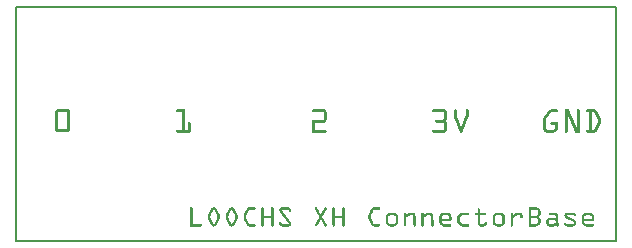
<source format=gto>
G04 MADE WITH FRITZING*
G04 WWW.FRITZING.ORG*
G04 DOUBLE SIDED*
G04 HOLES PLATED*
G04 CONTOUR ON CENTER OF CONTOUR VECTOR*
%ASAXBY*%
%FSLAX23Y23*%
%MOIN*%
%OFA0B0*%
%SFA1.0B1.0*%
%ADD10R,2.007870X0.787402X1.991870X0.771402*%
%ADD11C,0.008000*%
%ADD12R,0.001000X0.001000*%
%LNSILK1*%
G90*
G70*
G54D11*
X4Y783D02*
X2004Y783D01*
X2004Y4D01*
X4Y4D01*
X4Y783D01*
D02*
G54D12*
X142Y443D02*
X175Y443D01*
X139Y442D02*
X178Y442D01*
X539Y442D02*
X565Y442D01*
X992Y442D02*
X1031Y442D01*
X1393Y442D02*
X1431Y442D01*
X1466Y442D02*
X1468Y442D01*
X1505Y442D02*
X1508Y442D01*
X1786Y442D02*
X1806Y442D01*
X1832Y442D02*
X1845Y442D01*
X1875Y442D02*
X1878Y442D01*
X1907Y442D02*
X1931Y442D01*
X138Y441D02*
X179Y441D01*
X538Y441D02*
X565Y441D01*
X990Y441D02*
X1033Y441D01*
X1392Y441D02*
X1434Y441D01*
X1464Y441D02*
X1470Y441D01*
X1504Y441D02*
X1509Y441D01*
X1783Y441D02*
X1807Y441D01*
X1832Y441D02*
X1845Y441D01*
X1873Y441D02*
X1879Y441D01*
X1906Y441D02*
X1933Y441D01*
X137Y440D02*
X180Y440D01*
X537Y440D02*
X565Y440D01*
X990Y440D02*
X1034Y440D01*
X1391Y440D02*
X1435Y440D01*
X1463Y440D02*
X1471Y440D01*
X1503Y440D02*
X1510Y440D01*
X1781Y440D02*
X1808Y440D01*
X1832Y440D02*
X1845Y440D01*
X1873Y440D02*
X1880Y440D01*
X1905Y440D02*
X1935Y440D01*
X136Y439D02*
X181Y439D01*
X537Y439D02*
X565Y439D01*
X989Y439D02*
X1035Y439D01*
X1390Y439D02*
X1436Y439D01*
X1463Y439D02*
X1471Y439D01*
X1502Y439D02*
X1511Y439D01*
X1780Y439D02*
X1808Y439D01*
X1832Y439D02*
X1846Y439D01*
X1872Y439D02*
X1881Y439D01*
X1905Y439D02*
X1936Y439D01*
X135Y438D02*
X182Y438D01*
X536Y438D02*
X565Y438D01*
X989Y438D02*
X1036Y438D01*
X1390Y438D02*
X1437Y438D01*
X1462Y438D02*
X1471Y438D01*
X1502Y438D02*
X1511Y438D01*
X1779Y438D02*
X1808Y438D01*
X1832Y438D02*
X1846Y438D01*
X1872Y438D02*
X1881Y438D01*
X1904Y438D02*
X1937Y438D01*
X135Y437D02*
X182Y437D01*
X536Y437D02*
X565Y437D01*
X989Y437D02*
X1037Y437D01*
X1390Y437D02*
X1438Y437D01*
X1462Y437D02*
X1471Y437D01*
X1502Y437D02*
X1511Y437D01*
X1778Y437D02*
X1808Y437D01*
X1832Y437D02*
X1847Y437D01*
X1872Y437D02*
X1881Y437D01*
X1904Y437D02*
X1938Y437D01*
X134Y436D02*
X182Y436D01*
X537Y436D02*
X565Y436D01*
X989Y436D02*
X1037Y436D01*
X1390Y436D02*
X1438Y436D01*
X1462Y436D02*
X1471Y436D01*
X1502Y436D02*
X1511Y436D01*
X1777Y436D02*
X1808Y436D01*
X1832Y436D02*
X1847Y436D01*
X1872Y436D02*
X1881Y436D01*
X1905Y436D02*
X1939Y436D01*
X134Y435D02*
X183Y435D01*
X537Y435D02*
X565Y435D01*
X990Y435D02*
X1037Y435D01*
X1391Y435D02*
X1438Y435D01*
X1462Y435D02*
X1471Y435D01*
X1502Y435D02*
X1511Y435D01*
X1776Y435D02*
X1808Y435D01*
X1832Y435D02*
X1848Y435D01*
X1872Y435D02*
X1881Y435D01*
X1905Y435D02*
X1940Y435D01*
X134Y434D02*
X183Y434D01*
X538Y434D02*
X565Y434D01*
X990Y434D02*
X1038Y434D01*
X1391Y434D02*
X1439Y434D01*
X1462Y434D02*
X1471Y434D01*
X1502Y434D02*
X1511Y434D01*
X1775Y434D02*
X1807Y434D01*
X1832Y434D02*
X1848Y434D01*
X1872Y434D02*
X1881Y434D01*
X1906Y434D02*
X1940Y434D01*
X134Y433D02*
X143Y433D01*
X174Y433D02*
X183Y433D01*
X539Y433D02*
X565Y433D01*
X992Y433D02*
X1038Y433D01*
X1393Y433D02*
X1439Y433D01*
X1462Y433D02*
X1471Y433D01*
X1502Y433D02*
X1511Y433D01*
X1775Y433D02*
X1806Y433D01*
X1832Y433D02*
X1848Y433D01*
X1872Y433D02*
X1881Y433D01*
X1907Y433D02*
X1941Y433D01*
X134Y432D02*
X143Y432D01*
X174Y432D02*
X183Y432D01*
X556Y432D02*
X565Y432D01*
X1029Y432D02*
X1038Y432D01*
X1430Y432D02*
X1439Y432D01*
X1462Y432D02*
X1471Y432D01*
X1502Y432D02*
X1511Y432D01*
X1774Y432D02*
X1787Y432D01*
X1832Y432D02*
X1849Y432D01*
X1872Y432D02*
X1881Y432D01*
X1914Y432D02*
X1923Y432D01*
X1930Y432D02*
X1941Y432D01*
X134Y431D02*
X143Y431D01*
X174Y431D02*
X183Y431D01*
X556Y431D02*
X565Y431D01*
X1029Y431D02*
X1038Y431D01*
X1430Y431D02*
X1439Y431D01*
X1462Y431D02*
X1471Y431D01*
X1502Y431D02*
X1511Y431D01*
X1773Y431D02*
X1785Y431D01*
X1832Y431D02*
X1849Y431D01*
X1872Y431D02*
X1881Y431D01*
X1914Y431D02*
X1923Y431D01*
X1931Y431D02*
X1942Y431D01*
X134Y430D02*
X143Y430D01*
X174Y430D02*
X183Y430D01*
X556Y430D02*
X565Y430D01*
X1029Y430D02*
X1038Y430D01*
X1430Y430D02*
X1439Y430D01*
X1462Y430D02*
X1471Y430D01*
X1502Y430D02*
X1511Y430D01*
X1772Y430D02*
X1784Y430D01*
X1832Y430D02*
X1850Y430D01*
X1872Y430D02*
X1881Y430D01*
X1914Y430D02*
X1923Y430D01*
X1932Y430D02*
X1942Y430D01*
X134Y429D02*
X143Y429D01*
X174Y429D02*
X183Y429D01*
X556Y429D02*
X565Y429D01*
X1029Y429D02*
X1038Y429D01*
X1430Y429D02*
X1439Y429D01*
X1462Y429D02*
X1471Y429D01*
X1502Y429D02*
X1511Y429D01*
X1772Y429D02*
X1783Y429D01*
X1832Y429D02*
X1850Y429D01*
X1872Y429D02*
X1881Y429D01*
X1914Y429D02*
X1923Y429D01*
X1933Y429D02*
X1943Y429D01*
X134Y428D02*
X143Y428D01*
X174Y428D02*
X183Y428D01*
X556Y428D02*
X565Y428D01*
X1029Y428D02*
X1038Y428D01*
X1430Y428D02*
X1439Y428D01*
X1462Y428D02*
X1471Y428D01*
X1502Y428D02*
X1511Y428D01*
X1771Y428D02*
X1783Y428D01*
X1832Y428D02*
X1851Y428D01*
X1872Y428D02*
X1881Y428D01*
X1914Y428D02*
X1923Y428D01*
X1933Y428D02*
X1943Y428D01*
X134Y427D02*
X143Y427D01*
X174Y427D02*
X183Y427D01*
X556Y427D02*
X565Y427D01*
X1029Y427D02*
X1038Y427D01*
X1430Y427D02*
X1439Y427D01*
X1462Y427D02*
X1471Y427D01*
X1502Y427D02*
X1511Y427D01*
X1770Y427D02*
X1782Y427D01*
X1832Y427D02*
X1851Y427D01*
X1872Y427D02*
X1881Y427D01*
X1914Y427D02*
X1923Y427D01*
X1934Y427D02*
X1944Y427D01*
X134Y426D02*
X143Y426D01*
X174Y426D02*
X183Y426D01*
X556Y426D02*
X565Y426D01*
X1029Y426D02*
X1038Y426D01*
X1430Y426D02*
X1439Y426D01*
X1462Y426D02*
X1471Y426D01*
X1502Y426D02*
X1511Y426D01*
X1769Y426D02*
X1781Y426D01*
X1832Y426D02*
X1852Y426D01*
X1872Y426D02*
X1881Y426D01*
X1914Y426D02*
X1923Y426D01*
X1934Y426D02*
X1944Y426D01*
X134Y425D02*
X143Y425D01*
X174Y425D02*
X183Y425D01*
X556Y425D02*
X565Y425D01*
X1029Y425D02*
X1038Y425D01*
X1430Y425D02*
X1439Y425D01*
X1462Y425D02*
X1471Y425D01*
X1502Y425D02*
X1511Y425D01*
X1769Y425D02*
X1780Y425D01*
X1832Y425D02*
X1852Y425D01*
X1872Y425D02*
X1881Y425D01*
X1914Y425D02*
X1923Y425D01*
X1935Y425D02*
X1945Y425D01*
X134Y424D02*
X143Y424D01*
X174Y424D02*
X183Y424D01*
X556Y424D02*
X565Y424D01*
X1029Y424D02*
X1038Y424D01*
X1430Y424D02*
X1439Y424D01*
X1462Y424D02*
X1471Y424D01*
X1502Y424D02*
X1511Y424D01*
X1768Y424D02*
X1780Y424D01*
X1832Y424D02*
X1852Y424D01*
X1872Y424D02*
X1881Y424D01*
X1914Y424D02*
X1923Y424D01*
X1935Y424D02*
X1945Y424D01*
X134Y423D02*
X143Y423D01*
X174Y423D02*
X183Y423D01*
X556Y423D02*
X565Y423D01*
X1029Y423D02*
X1038Y423D01*
X1430Y423D02*
X1439Y423D01*
X1462Y423D02*
X1471Y423D01*
X1502Y423D02*
X1511Y423D01*
X1767Y423D02*
X1779Y423D01*
X1832Y423D02*
X1841Y423D01*
X1843Y423D02*
X1853Y423D01*
X1872Y423D02*
X1881Y423D01*
X1914Y423D02*
X1923Y423D01*
X1936Y423D02*
X1946Y423D01*
X134Y422D02*
X143Y422D01*
X174Y422D02*
X183Y422D01*
X556Y422D02*
X565Y422D01*
X1029Y422D02*
X1038Y422D01*
X1430Y422D02*
X1439Y422D01*
X1462Y422D02*
X1471Y422D01*
X1502Y422D02*
X1511Y422D01*
X1766Y422D02*
X1778Y422D01*
X1832Y422D02*
X1841Y422D01*
X1843Y422D02*
X1853Y422D01*
X1872Y422D02*
X1881Y422D01*
X1914Y422D02*
X1923Y422D01*
X1936Y422D02*
X1946Y422D01*
X134Y421D02*
X143Y421D01*
X174Y421D02*
X183Y421D01*
X556Y421D02*
X565Y421D01*
X1029Y421D02*
X1038Y421D01*
X1430Y421D02*
X1439Y421D01*
X1462Y421D02*
X1472Y421D01*
X1502Y421D02*
X1511Y421D01*
X1765Y421D02*
X1777Y421D01*
X1832Y421D02*
X1841Y421D01*
X1844Y421D02*
X1854Y421D01*
X1872Y421D02*
X1881Y421D01*
X1914Y421D02*
X1923Y421D01*
X1937Y421D02*
X1947Y421D01*
X134Y420D02*
X143Y420D01*
X174Y420D02*
X183Y420D01*
X556Y420D02*
X565Y420D01*
X1029Y420D02*
X1038Y420D01*
X1430Y420D02*
X1439Y420D01*
X1462Y420D02*
X1472Y420D01*
X1502Y420D02*
X1511Y420D01*
X1765Y420D02*
X1776Y420D01*
X1832Y420D02*
X1841Y420D01*
X1844Y420D02*
X1854Y420D01*
X1872Y420D02*
X1881Y420D01*
X1914Y420D02*
X1923Y420D01*
X1937Y420D02*
X1947Y420D01*
X134Y419D02*
X143Y419D01*
X174Y419D02*
X183Y419D01*
X556Y419D02*
X565Y419D01*
X1029Y419D02*
X1038Y419D01*
X1430Y419D02*
X1439Y419D01*
X1462Y419D02*
X1472Y419D01*
X1501Y419D02*
X1511Y419D01*
X1764Y419D02*
X1776Y419D01*
X1832Y419D02*
X1841Y419D01*
X1845Y419D02*
X1855Y419D01*
X1872Y419D02*
X1881Y419D01*
X1914Y419D02*
X1923Y419D01*
X1938Y419D02*
X1948Y419D01*
X134Y418D02*
X143Y418D01*
X174Y418D02*
X183Y418D01*
X556Y418D02*
X565Y418D01*
X1029Y418D02*
X1038Y418D01*
X1430Y418D02*
X1439Y418D01*
X1463Y418D02*
X1473Y418D01*
X1501Y418D02*
X1511Y418D01*
X1763Y418D02*
X1775Y418D01*
X1832Y418D02*
X1841Y418D01*
X1845Y418D02*
X1855Y418D01*
X1872Y418D02*
X1881Y418D01*
X1914Y418D02*
X1923Y418D01*
X1938Y418D02*
X1948Y418D01*
X134Y417D02*
X143Y417D01*
X174Y417D02*
X183Y417D01*
X556Y417D02*
X565Y417D01*
X1029Y417D02*
X1038Y417D01*
X1430Y417D02*
X1439Y417D01*
X1463Y417D02*
X1473Y417D01*
X1500Y417D02*
X1510Y417D01*
X1763Y417D02*
X1774Y417D01*
X1832Y417D02*
X1841Y417D01*
X1845Y417D02*
X1856Y417D01*
X1872Y417D02*
X1881Y417D01*
X1914Y417D02*
X1923Y417D01*
X1939Y417D02*
X1949Y417D01*
X134Y416D02*
X143Y416D01*
X174Y416D02*
X183Y416D01*
X556Y416D02*
X565Y416D01*
X1029Y416D02*
X1038Y416D01*
X1430Y416D02*
X1439Y416D01*
X1464Y416D02*
X1474Y416D01*
X1500Y416D02*
X1510Y416D01*
X1762Y416D02*
X1773Y416D01*
X1832Y416D02*
X1841Y416D01*
X1846Y416D02*
X1856Y416D01*
X1872Y416D02*
X1881Y416D01*
X1914Y416D02*
X1923Y416D01*
X1939Y416D02*
X1949Y416D01*
X134Y415D02*
X143Y415D01*
X174Y415D02*
X183Y415D01*
X556Y415D02*
X565Y415D01*
X1029Y415D02*
X1038Y415D01*
X1430Y415D02*
X1439Y415D01*
X1464Y415D02*
X1474Y415D01*
X1500Y415D02*
X1509Y415D01*
X1762Y415D02*
X1773Y415D01*
X1832Y415D02*
X1841Y415D01*
X1846Y415D02*
X1856Y415D01*
X1872Y415D02*
X1881Y415D01*
X1914Y415D02*
X1923Y415D01*
X1940Y415D02*
X1950Y415D01*
X134Y414D02*
X143Y414D01*
X174Y414D02*
X183Y414D01*
X556Y414D02*
X565Y414D01*
X1029Y414D02*
X1038Y414D01*
X1430Y414D02*
X1439Y414D01*
X1464Y414D02*
X1474Y414D01*
X1499Y414D02*
X1509Y414D01*
X1761Y414D02*
X1772Y414D01*
X1832Y414D02*
X1841Y414D01*
X1847Y414D02*
X1857Y414D01*
X1872Y414D02*
X1881Y414D01*
X1914Y414D02*
X1923Y414D01*
X1940Y414D02*
X1950Y414D01*
X134Y413D02*
X143Y413D01*
X174Y413D02*
X183Y413D01*
X556Y413D02*
X565Y413D01*
X1029Y413D02*
X1038Y413D01*
X1430Y413D02*
X1439Y413D01*
X1465Y413D02*
X1475Y413D01*
X1499Y413D02*
X1509Y413D01*
X1761Y413D02*
X1771Y413D01*
X1832Y413D02*
X1841Y413D01*
X1847Y413D02*
X1857Y413D01*
X1872Y413D02*
X1881Y413D01*
X1914Y413D02*
X1923Y413D01*
X1941Y413D02*
X1951Y413D01*
X134Y412D02*
X143Y412D01*
X174Y412D02*
X183Y412D01*
X556Y412D02*
X565Y412D01*
X1029Y412D02*
X1038Y412D01*
X1430Y412D02*
X1439Y412D01*
X1465Y412D02*
X1475Y412D01*
X1498Y412D02*
X1508Y412D01*
X1760Y412D02*
X1770Y412D01*
X1832Y412D02*
X1841Y412D01*
X1848Y412D02*
X1858Y412D01*
X1872Y412D02*
X1881Y412D01*
X1914Y412D02*
X1923Y412D01*
X1941Y412D02*
X1951Y412D01*
X134Y411D02*
X143Y411D01*
X174Y411D02*
X183Y411D01*
X556Y411D02*
X565Y411D01*
X1029Y411D02*
X1038Y411D01*
X1429Y411D02*
X1439Y411D01*
X1466Y411D02*
X1475Y411D01*
X1498Y411D02*
X1508Y411D01*
X1760Y411D02*
X1770Y411D01*
X1832Y411D02*
X1841Y411D01*
X1848Y411D02*
X1858Y411D01*
X1872Y411D02*
X1881Y411D01*
X1914Y411D02*
X1923Y411D01*
X1942Y411D02*
X1952Y411D01*
X134Y410D02*
X143Y410D01*
X174Y410D02*
X183Y410D01*
X556Y410D02*
X565Y410D01*
X1029Y410D02*
X1038Y410D01*
X1428Y410D02*
X1438Y410D01*
X1466Y410D02*
X1476Y410D01*
X1498Y410D02*
X1508Y410D01*
X1760Y410D02*
X1769Y410D01*
X1832Y410D02*
X1841Y410D01*
X1848Y410D02*
X1859Y410D01*
X1872Y410D02*
X1881Y410D01*
X1914Y410D02*
X1923Y410D01*
X1942Y410D02*
X1952Y410D01*
X134Y409D02*
X143Y409D01*
X174Y409D02*
X183Y409D01*
X556Y409D02*
X565Y409D01*
X1029Y409D02*
X1038Y409D01*
X1427Y409D02*
X1438Y409D01*
X1466Y409D02*
X1476Y409D01*
X1497Y409D02*
X1507Y409D01*
X1760Y409D02*
X1769Y409D01*
X1832Y409D02*
X1841Y409D01*
X1849Y409D02*
X1859Y409D01*
X1872Y409D02*
X1881Y409D01*
X1914Y409D02*
X1923Y409D01*
X1943Y409D02*
X1952Y409D01*
X134Y408D02*
X143Y408D01*
X174Y408D02*
X183Y408D01*
X556Y408D02*
X565Y408D01*
X996Y408D02*
X1038Y408D01*
X1403Y408D02*
X1438Y408D01*
X1467Y408D02*
X1477Y408D01*
X1497Y408D02*
X1507Y408D01*
X1760Y408D02*
X1769Y408D01*
X1832Y408D02*
X1841Y408D01*
X1849Y408D02*
X1859Y408D01*
X1872Y408D02*
X1881Y408D01*
X1914Y408D02*
X1923Y408D01*
X1943Y408D02*
X1953Y408D01*
X134Y407D02*
X143Y407D01*
X174Y407D02*
X183Y407D01*
X556Y407D02*
X565Y407D01*
X994Y407D02*
X1038Y407D01*
X1402Y407D02*
X1437Y407D01*
X1467Y407D02*
X1477Y407D01*
X1496Y407D02*
X1506Y407D01*
X1760Y407D02*
X1769Y407D01*
X1832Y407D02*
X1841Y407D01*
X1850Y407D02*
X1860Y407D01*
X1872Y407D02*
X1881Y407D01*
X1914Y407D02*
X1923Y407D01*
X1943Y407D02*
X1953Y407D01*
X134Y406D02*
X143Y406D01*
X174Y406D02*
X183Y406D01*
X556Y406D02*
X565Y406D01*
X992Y406D02*
X1037Y406D01*
X1401Y406D02*
X1437Y406D01*
X1468Y406D02*
X1477Y406D01*
X1496Y406D02*
X1506Y406D01*
X1760Y406D02*
X1769Y406D01*
X1832Y406D02*
X1841Y406D01*
X1850Y406D02*
X1860Y406D01*
X1872Y406D02*
X1881Y406D01*
X1914Y406D02*
X1923Y406D01*
X1944Y406D02*
X1953Y406D01*
X134Y405D02*
X143Y405D01*
X174Y405D02*
X183Y405D01*
X556Y405D02*
X565Y405D01*
X991Y405D02*
X1037Y405D01*
X1400Y405D02*
X1436Y405D01*
X1468Y405D02*
X1478Y405D01*
X1496Y405D02*
X1506Y405D01*
X1760Y405D02*
X1769Y405D01*
X1832Y405D02*
X1841Y405D01*
X1851Y405D02*
X1861Y405D01*
X1872Y405D02*
X1881Y405D01*
X1914Y405D02*
X1923Y405D01*
X1944Y405D02*
X1953Y405D01*
X134Y404D02*
X143Y404D01*
X174Y404D02*
X183Y404D01*
X556Y404D02*
X565Y404D01*
X991Y404D02*
X1037Y404D01*
X1400Y404D02*
X1435Y404D01*
X1468Y404D02*
X1478Y404D01*
X1495Y404D02*
X1505Y404D01*
X1760Y404D02*
X1769Y404D01*
X1832Y404D02*
X1841Y404D01*
X1851Y404D02*
X1861Y404D01*
X1872Y404D02*
X1881Y404D01*
X1914Y404D02*
X1923Y404D01*
X1944Y404D02*
X1953Y404D01*
X134Y403D02*
X143Y403D01*
X174Y403D02*
X183Y403D01*
X556Y403D02*
X565Y403D01*
X990Y403D02*
X1036Y403D01*
X1400Y403D02*
X1435Y403D01*
X1469Y403D02*
X1479Y403D01*
X1495Y403D02*
X1505Y403D01*
X1760Y403D02*
X1769Y403D01*
X1832Y403D02*
X1841Y403D01*
X1852Y403D02*
X1862Y403D01*
X1872Y403D02*
X1881Y403D01*
X1914Y403D02*
X1923Y403D01*
X1944Y403D02*
X1953Y403D01*
X134Y402D02*
X143Y402D01*
X174Y402D02*
X183Y402D01*
X556Y402D02*
X565Y402D01*
X990Y402D02*
X1035Y402D01*
X1400Y402D02*
X1436Y402D01*
X1469Y402D02*
X1479Y402D01*
X1495Y402D02*
X1504Y402D01*
X1760Y402D02*
X1769Y402D01*
X1832Y402D02*
X1841Y402D01*
X1852Y402D02*
X1862Y402D01*
X1872Y402D02*
X1881Y402D01*
X1914Y402D02*
X1923Y402D01*
X1944Y402D02*
X1953Y402D01*
X134Y401D02*
X143Y401D01*
X174Y401D02*
X183Y401D01*
X556Y401D02*
X565Y401D01*
X989Y401D02*
X1034Y401D01*
X1401Y401D02*
X1437Y401D01*
X1469Y401D02*
X1479Y401D01*
X1494Y401D02*
X1504Y401D01*
X1760Y401D02*
X1769Y401D01*
X1832Y401D02*
X1841Y401D01*
X1852Y401D02*
X1863Y401D01*
X1872Y401D02*
X1881Y401D01*
X1914Y401D02*
X1923Y401D01*
X1944Y401D02*
X1953Y401D01*
X134Y400D02*
X143Y400D01*
X174Y400D02*
X183Y400D01*
X556Y400D02*
X565Y400D01*
X989Y400D02*
X1033Y400D01*
X1401Y400D02*
X1437Y400D01*
X1470Y400D02*
X1480Y400D01*
X1494Y400D02*
X1504Y400D01*
X1760Y400D02*
X1769Y400D01*
X1789Y400D02*
X1808Y400D01*
X1832Y400D02*
X1841Y400D01*
X1853Y400D02*
X1863Y400D01*
X1872Y400D02*
X1881Y400D01*
X1914Y400D02*
X1923Y400D01*
X1943Y400D02*
X1953Y400D01*
X134Y399D02*
X143Y399D01*
X174Y399D02*
X183Y399D01*
X556Y399D02*
X565Y399D01*
X578Y399D02*
X583Y399D01*
X989Y399D02*
X1031Y399D01*
X1403Y399D02*
X1438Y399D01*
X1470Y399D02*
X1480Y399D01*
X1493Y399D02*
X1503Y399D01*
X1760Y399D02*
X1769Y399D01*
X1787Y399D02*
X1809Y399D01*
X1832Y399D02*
X1841Y399D01*
X1853Y399D02*
X1863Y399D01*
X1872Y399D02*
X1881Y399D01*
X1914Y399D02*
X1923Y399D01*
X1943Y399D02*
X1953Y399D01*
X134Y398D02*
X143Y398D01*
X174Y398D02*
X183Y398D01*
X556Y398D02*
X565Y398D01*
X577Y398D02*
X584Y398D01*
X989Y398D02*
X998Y398D01*
X1426Y398D02*
X1438Y398D01*
X1471Y398D02*
X1481Y398D01*
X1493Y398D02*
X1503Y398D01*
X1760Y398D02*
X1769Y398D01*
X1786Y398D02*
X1809Y398D01*
X1832Y398D02*
X1841Y398D01*
X1854Y398D02*
X1864Y398D01*
X1872Y398D02*
X1881Y398D01*
X1914Y398D02*
X1923Y398D01*
X1943Y398D02*
X1952Y398D01*
X134Y397D02*
X143Y397D01*
X174Y397D02*
X183Y397D01*
X556Y397D02*
X565Y397D01*
X577Y397D02*
X585Y397D01*
X989Y397D02*
X998Y397D01*
X1428Y397D02*
X1438Y397D01*
X1471Y397D02*
X1481Y397D01*
X1493Y397D02*
X1502Y397D01*
X1760Y397D02*
X1769Y397D01*
X1785Y397D02*
X1809Y397D01*
X1832Y397D02*
X1841Y397D01*
X1854Y397D02*
X1864Y397D01*
X1872Y397D02*
X1881Y397D01*
X1914Y397D02*
X1923Y397D01*
X1942Y397D02*
X1952Y397D01*
X134Y396D02*
X143Y396D01*
X174Y396D02*
X183Y396D01*
X556Y396D02*
X565Y396D01*
X576Y396D02*
X585Y396D01*
X989Y396D02*
X998Y396D01*
X1429Y396D02*
X1439Y396D01*
X1471Y396D02*
X1481Y396D01*
X1492Y396D02*
X1502Y396D01*
X1760Y396D02*
X1769Y396D01*
X1785Y396D02*
X1809Y396D01*
X1832Y396D02*
X1841Y396D01*
X1855Y396D02*
X1865Y396D01*
X1872Y396D02*
X1881Y396D01*
X1914Y396D02*
X1923Y396D01*
X1942Y396D02*
X1952Y396D01*
X134Y395D02*
X143Y395D01*
X174Y395D02*
X183Y395D01*
X556Y395D02*
X565Y395D01*
X576Y395D02*
X585Y395D01*
X989Y395D02*
X998Y395D01*
X1429Y395D02*
X1439Y395D01*
X1472Y395D02*
X1482Y395D01*
X1492Y395D02*
X1502Y395D01*
X1760Y395D02*
X1769Y395D01*
X1785Y395D02*
X1809Y395D01*
X1832Y395D02*
X1841Y395D01*
X1855Y395D02*
X1865Y395D01*
X1872Y395D02*
X1881Y395D01*
X1914Y395D02*
X1923Y395D01*
X1941Y395D02*
X1951Y395D01*
X134Y394D02*
X143Y394D01*
X174Y394D02*
X183Y394D01*
X556Y394D02*
X565Y394D01*
X576Y394D02*
X585Y394D01*
X989Y394D02*
X998Y394D01*
X1430Y394D02*
X1439Y394D01*
X1472Y394D02*
X1482Y394D01*
X1491Y394D02*
X1501Y394D01*
X1760Y394D02*
X1769Y394D01*
X1785Y394D02*
X1809Y394D01*
X1832Y394D02*
X1841Y394D01*
X1855Y394D02*
X1866Y394D01*
X1872Y394D02*
X1881Y394D01*
X1914Y394D02*
X1923Y394D01*
X1941Y394D02*
X1951Y394D01*
X134Y393D02*
X143Y393D01*
X174Y393D02*
X183Y393D01*
X556Y393D02*
X565Y393D01*
X576Y393D02*
X585Y393D01*
X989Y393D02*
X998Y393D01*
X1430Y393D02*
X1439Y393D01*
X1473Y393D02*
X1483Y393D01*
X1491Y393D02*
X1501Y393D01*
X1760Y393D02*
X1769Y393D01*
X1785Y393D02*
X1809Y393D01*
X1832Y393D02*
X1841Y393D01*
X1856Y393D02*
X1866Y393D01*
X1872Y393D02*
X1881Y393D01*
X1914Y393D02*
X1923Y393D01*
X1940Y393D02*
X1950Y393D01*
X134Y392D02*
X143Y392D01*
X174Y392D02*
X183Y392D01*
X556Y392D02*
X565Y392D01*
X576Y392D02*
X585Y392D01*
X989Y392D02*
X998Y392D01*
X1430Y392D02*
X1439Y392D01*
X1473Y392D02*
X1483Y392D01*
X1491Y392D02*
X1500Y392D01*
X1760Y392D02*
X1769Y392D01*
X1786Y392D02*
X1809Y392D01*
X1832Y392D02*
X1841Y392D01*
X1856Y392D02*
X1866Y392D01*
X1872Y392D02*
X1881Y392D01*
X1914Y392D02*
X1923Y392D01*
X1940Y392D02*
X1950Y392D01*
X134Y391D02*
X143Y391D01*
X174Y391D02*
X183Y391D01*
X556Y391D02*
X565Y391D01*
X576Y391D02*
X585Y391D01*
X989Y391D02*
X998Y391D01*
X1430Y391D02*
X1439Y391D01*
X1473Y391D02*
X1483Y391D01*
X1490Y391D02*
X1500Y391D01*
X1760Y391D02*
X1769Y391D01*
X1787Y391D02*
X1809Y391D01*
X1832Y391D02*
X1841Y391D01*
X1857Y391D02*
X1867Y391D01*
X1872Y391D02*
X1881Y391D01*
X1914Y391D02*
X1923Y391D01*
X1939Y391D02*
X1949Y391D01*
X134Y390D02*
X143Y390D01*
X174Y390D02*
X183Y390D01*
X556Y390D02*
X565Y390D01*
X576Y390D02*
X585Y390D01*
X989Y390D02*
X998Y390D01*
X1430Y390D02*
X1439Y390D01*
X1474Y390D02*
X1484Y390D01*
X1490Y390D02*
X1500Y390D01*
X1760Y390D02*
X1769Y390D01*
X1799Y390D02*
X1809Y390D01*
X1832Y390D02*
X1841Y390D01*
X1857Y390D02*
X1867Y390D01*
X1872Y390D02*
X1881Y390D01*
X1914Y390D02*
X1923Y390D01*
X1939Y390D02*
X1949Y390D01*
X134Y389D02*
X143Y389D01*
X174Y389D02*
X183Y389D01*
X556Y389D02*
X565Y389D01*
X576Y389D02*
X585Y389D01*
X989Y389D02*
X998Y389D01*
X1430Y389D02*
X1439Y389D01*
X1474Y389D02*
X1484Y389D01*
X1489Y389D02*
X1499Y389D01*
X1760Y389D02*
X1769Y389D01*
X1799Y389D02*
X1809Y389D01*
X1832Y389D02*
X1841Y389D01*
X1858Y389D02*
X1868Y389D01*
X1872Y389D02*
X1881Y389D01*
X1914Y389D02*
X1923Y389D01*
X1938Y389D02*
X1948Y389D01*
X134Y388D02*
X143Y388D01*
X174Y388D02*
X183Y388D01*
X556Y388D02*
X565Y388D01*
X576Y388D02*
X585Y388D01*
X989Y388D02*
X998Y388D01*
X1430Y388D02*
X1439Y388D01*
X1475Y388D02*
X1484Y388D01*
X1489Y388D02*
X1499Y388D01*
X1760Y388D02*
X1769Y388D01*
X1799Y388D02*
X1809Y388D01*
X1832Y388D02*
X1841Y388D01*
X1858Y388D02*
X1868Y388D01*
X1872Y388D02*
X1881Y388D01*
X1914Y388D02*
X1923Y388D01*
X1938Y388D02*
X1948Y388D01*
X134Y387D02*
X143Y387D01*
X174Y387D02*
X183Y387D01*
X556Y387D02*
X565Y387D01*
X576Y387D02*
X585Y387D01*
X989Y387D02*
X998Y387D01*
X1430Y387D02*
X1439Y387D01*
X1475Y387D02*
X1485Y387D01*
X1489Y387D02*
X1499Y387D01*
X1760Y387D02*
X1769Y387D01*
X1799Y387D02*
X1809Y387D01*
X1832Y387D02*
X1841Y387D01*
X1859Y387D02*
X1869Y387D01*
X1872Y387D02*
X1881Y387D01*
X1914Y387D02*
X1923Y387D01*
X1937Y387D02*
X1948Y387D01*
X134Y386D02*
X143Y386D01*
X174Y386D02*
X183Y386D01*
X556Y386D02*
X565Y386D01*
X576Y386D02*
X585Y386D01*
X989Y386D02*
X998Y386D01*
X1430Y386D02*
X1439Y386D01*
X1475Y386D02*
X1485Y386D01*
X1488Y386D02*
X1498Y386D01*
X1760Y386D02*
X1769Y386D01*
X1799Y386D02*
X1809Y386D01*
X1832Y386D02*
X1841Y386D01*
X1859Y386D02*
X1869Y386D01*
X1872Y386D02*
X1881Y386D01*
X1914Y386D02*
X1923Y386D01*
X1937Y386D02*
X1947Y386D01*
X134Y385D02*
X143Y385D01*
X174Y385D02*
X183Y385D01*
X556Y385D02*
X565Y385D01*
X576Y385D02*
X585Y385D01*
X989Y385D02*
X998Y385D01*
X1430Y385D02*
X1439Y385D01*
X1476Y385D02*
X1486Y385D01*
X1488Y385D02*
X1498Y385D01*
X1760Y385D02*
X1769Y385D01*
X1799Y385D02*
X1809Y385D01*
X1832Y385D02*
X1841Y385D01*
X1859Y385D02*
X1870Y385D01*
X1872Y385D02*
X1881Y385D01*
X1914Y385D02*
X1923Y385D01*
X1936Y385D02*
X1947Y385D01*
X134Y384D02*
X143Y384D01*
X174Y384D02*
X183Y384D01*
X556Y384D02*
X565Y384D01*
X576Y384D02*
X585Y384D01*
X989Y384D02*
X998Y384D01*
X1430Y384D02*
X1439Y384D01*
X1476Y384D02*
X1497Y384D01*
X1760Y384D02*
X1769Y384D01*
X1799Y384D02*
X1809Y384D01*
X1832Y384D02*
X1841Y384D01*
X1860Y384D02*
X1870Y384D01*
X1872Y384D02*
X1881Y384D01*
X1914Y384D02*
X1923Y384D01*
X1936Y384D02*
X1946Y384D01*
X134Y383D02*
X143Y383D01*
X174Y383D02*
X183Y383D01*
X556Y383D02*
X565Y383D01*
X576Y383D02*
X585Y383D01*
X989Y383D02*
X998Y383D01*
X1430Y383D02*
X1439Y383D01*
X1476Y383D02*
X1497Y383D01*
X1760Y383D02*
X1769Y383D01*
X1799Y383D02*
X1809Y383D01*
X1832Y383D02*
X1841Y383D01*
X1860Y383D02*
X1881Y383D01*
X1914Y383D02*
X1923Y383D01*
X1935Y383D02*
X1946Y383D01*
X134Y382D02*
X143Y382D01*
X174Y382D02*
X183Y382D01*
X556Y382D02*
X565Y382D01*
X576Y382D02*
X585Y382D01*
X989Y382D02*
X998Y382D01*
X1430Y382D02*
X1439Y382D01*
X1477Y382D02*
X1497Y382D01*
X1760Y382D02*
X1769Y382D01*
X1799Y382D02*
X1809Y382D01*
X1832Y382D02*
X1841Y382D01*
X1861Y382D02*
X1881Y382D01*
X1914Y382D02*
X1923Y382D01*
X1935Y382D02*
X1945Y382D01*
X134Y381D02*
X143Y381D01*
X174Y381D02*
X183Y381D01*
X556Y381D02*
X565Y381D01*
X576Y381D02*
X585Y381D01*
X989Y381D02*
X998Y381D01*
X1430Y381D02*
X1439Y381D01*
X1477Y381D02*
X1496Y381D01*
X1760Y381D02*
X1769Y381D01*
X1799Y381D02*
X1809Y381D01*
X1832Y381D02*
X1841Y381D01*
X1861Y381D02*
X1881Y381D01*
X1914Y381D02*
X1923Y381D01*
X1934Y381D02*
X1945Y381D01*
X134Y380D02*
X143Y380D01*
X174Y380D02*
X183Y380D01*
X556Y380D02*
X565Y380D01*
X576Y380D02*
X585Y380D01*
X989Y380D02*
X998Y380D01*
X1430Y380D02*
X1439Y380D01*
X1478Y380D02*
X1496Y380D01*
X1760Y380D02*
X1769Y380D01*
X1799Y380D02*
X1809Y380D01*
X1832Y380D02*
X1841Y380D01*
X1862Y380D02*
X1881Y380D01*
X1914Y380D02*
X1923Y380D01*
X1934Y380D02*
X1944Y380D01*
X134Y379D02*
X143Y379D01*
X174Y379D02*
X183Y379D01*
X556Y379D02*
X565Y379D01*
X576Y379D02*
X585Y379D01*
X989Y379D02*
X998Y379D01*
X1430Y379D02*
X1439Y379D01*
X1478Y379D02*
X1495Y379D01*
X1760Y379D02*
X1769Y379D01*
X1799Y379D02*
X1808Y379D01*
X1832Y379D02*
X1841Y379D01*
X1862Y379D02*
X1881Y379D01*
X1914Y379D02*
X1923Y379D01*
X1933Y379D02*
X1944Y379D01*
X134Y378D02*
X143Y378D01*
X174Y378D02*
X183Y378D01*
X556Y378D02*
X565Y378D01*
X576Y378D02*
X585Y378D01*
X989Y378D02*
X998Y378D01*
X1430Y378D02*
X1439Y378D01*
X1478Y378D02*
X1495Y378D01*
X1760Y378D02*
X1769Y378D01*
X1799Y378D02*
X1808Y378D01*
X1832Y378D02*
X1841Y378D01*
X1863Y378D02*
X1881Y378D01*
X1914Y378D02*
X1923Y378D01*
X1933Y378D02*
X1943Y378D01*
X134Y377D02*
X143Y377D01*
X174Y377D02*
X183Y377D01*
X556Y377D02*
X565Y377D01*
X576Y377D02*
X585Y377D01*
X989Y377D02*
X998Y377D01*
X1430Y377D02*
X1439Y377D01*
X1479Y377D02*
X1495Y377D01*
X1760Y377D02*
X1770Y377D01*
X1799Y377D02*
X1808Y377D01*
X1832Y377D02*
X1841Y377D01*
X1863Y377D02*
X1881Y377D01*
X1914Y377D02*
X1923Y377D01*
X1932Y377D02*
X1943Y377D01*
X134Y376D02*
X143Y376D01*
X174Y376D02*
X183Y376D01*
X556Y376D02*
X565Y376D01*
X576Y376D02*
X585Y376D01*
X989Y376D02*
X998Y376D01*
X1430Y376D02*
X1439Y376D01*
X1479Y376D02*
X1494Y376D01*
X1760Y376D02*
X1771Y376D01*
X1798Y376D02*
X1808Y376D01*
X1832Y376D02*
X1841Y376D01*
X1863Y376D02*
X1881Y376D01*
X1914Y376D02*
X1923Y376D01*
X1931Y376D02*
X1942Y376D01*
X134Y375D02*
X183Y375D01*
X556Y375D02*
X565Y375D01*
X576Y375D02*
X585Y375D01*
X989Y375D02*
X998Y375D01*
X1430Y375D02*
X1439Y375D01*
X1480Y375D02*
X1494Y375D01*
X1761Y375D02*
X1772Y375D01*
X1796Y375D02*
X1808Y375D01*
X1832Y375D02*
X1841Y375D01*
X1864Y375D02*
X1881Y375D01*
X1914Y375D02*
X1923Y375D01*
X1930Y375D02*
X1942Y375D01*
X134Y374D02*
X183Y374D01*
X539Y374D02*
X585Y374D01*
X989Y374D02*
X1035Y374D01*
X1393Y374D02*
X1439Y374D01*
X1480Y374D02*
X1493Y374D01*
X1761Y374D02*
X1807Y374D01*
X1832Y374D02*
X1841Y374D01*
X1864Y374D02*
X1881Y374D01*
X1907Y374D02*
X1941Y374D01*
X134Y373D02*
X183Y373D01*
X538Y373D02*
X585Y373D01*
X989Y373D02*
X1036Y373D01*
X1392Y373D02*
X1439Y373D01*
X1480Y373D02*
X1493Y373D01*
X1761Y373D02*
X1807Y373D01*
X1832Y373D02*
X1841Y373D01*
X1865Y373D02*
X1881Y373D01*
X1906Y373D02*
X1941Y373D01*
X135Y372D02*
X182Y372D01*
X537Y372D02*
X585Y372D01*
X989Y372D02*
X1037Y372D01*
X1391Y372D02*
X1439Y372D01*
X1481Y372D02*
X1493Y372D01*
X1762Y372D02*
X1806Y372D01*
X1832Y372D02*
X1841Y372D01*
X1865Y372D02*
X1881Y372D01*
X1905Y372D02*
X1940Y372D01*
X135Y371D02*
X182Y371D01*
X537Y371D02*
X585Y371D01*
X989Y371D02*
X1037Y371D01*
X1390Y371D02*
X1438Y371D01*
X1481Y371D02*
X1492Y371D01*
X1763Y371D02*
X1806Y371D01*
X1832Y371D02*
X1841Y371D01*
X1866Y371D02*
X1881Y371D01*
X1905Y371D02*
X1939Y371D01*
X136Y370D02*
X181Y370D01*
X536Y370D02*
X585Y370D01*
X989Y370D02*
X1038Y370D01*
X1390Y370D02*
X1438Y370D01*
X1482Y370D02*
X1492Y370D01*
X1763Y370D02*
X1805Y370D01*
X1832Y370D02*
X1841Y370D01*
X1866Y370D02*
X1881Y370D01*
X1904Y370D02*
X1939Y370D01*
X137Y369D02*
X180Y369D01*
X536Y369D02*
X585Y369D01*
X989Y369D02*
X1038Y369D01*
X1390Y369D02*
X1437Y369D01*
X1482Y369D02*
X1492Y369D01*
X1764Y369D02*
X1804Y369D01*
X1832Y369D02*
X1841Y369D01*
X1866Y369D02*
X1881Y369D01*
X1904Y369D02*
X1938Y369D01*
X138Y368D02*
X179Y368D01*
X537Y368D02*
X585Y368D01*
X989Y368D02*
X1037Y368D01*
X1390Y368D02*
X1436Y368D01*
X1482Y368D02*
X1491Y368D01*
X1765Y368D02*
X1803Y368D01*
X1832Y368D02*
X1841Y368D01*
X1867Y368D02*
X1881Y368D01*
X1905Y368D02*
X1937Y368D01*
X139Y367D02*
X178Y367D01*
X537Y367D02*
X584Y367D01*
X989Y367D02*
X1037Y367D01*
X1391Y367D02*
X1435Y367D01*
X1483Y367D02*
X1491Y367D01*
X1767Y367D02*
X1802Y367D01*
X1833Y367D02*
X1840Y367D01*
X1867Y367D02*
X1881Y367D01*
X1905Y367D02*
X1935Y367D01*
X141Y366D02*
X176Y366D01*
X538Y366D02*
X584Y366D01*
X989Y366D02*
X1036Y366D01*
X1392Y366D02*
X1434Y366D01*
X1483Y366D02*
X1490Y366D01*
X1768Y366D02*
X1800Y366D01*
X1834Y366D02*
X1840Y366D01*
X1868Y366D02*
X1881Y366D01*
X1906Y366D02*
X1934Y366D01*
X539Y365D02*
X582Y365D01*
X989Y365D02*
X1035Y365D01*
X1393Y365D02*
X1432Y365D01*
X1485Y365D02*
X1489Y365D01*
X1771Y365D02*
X1797Y365D01*
X1835Y365D02*
X1838Y365D01*
X1868Y365D02*
X1881Y365D01*
X1907Y365D02*
X1931Y365D01*
X585Y115D02*
X589Y115D01*
X659Y115D02*
X666Y115D01*
X719Y115D02*
X725Y115D01*
X778Y115D02*
X800Y115D01*
X823Y115D02*
X826Y115D01*
X855Y115D02*
X859Y115D01*
X886Y115D02*
X913Y115D01*
X1001Y115D02*
X1005Y115D01*
X1033Y115D02*
X1037Y115D01*
X1060Y115D02*
X1064Y115D01*
X1093Y115D02*
X1096Y115D01*
X1194Y115D02*
X1215Y115D01*
X1712Y115D02*
X1740Y115D01*
X584Y114D02*
X590Y114D01*
X657Y114D02*
X668Y114D01*
X717Y114D02*
X727Y114D01*
X776Y114D02*
X801Y114D01*
X822Y114D02*
X827Y114D01*
X854Y114D02*
X860Y114D01*
X884Y114D02*
X915Y114D01*
X1000Y114D02*
X1006Y114D01*
X1032Y114D02*
X1038Y114D01*
X1059Y114D02*
X1065Y114D01*
X1092Y114D02*
X1097Y114D01*
X1192Y114D02*
X1216Y114D01*
X1712Y114D02*
X1742Y114D01*
X584Y113D02*
X590Y113D01*
X656Y113D02*
X669Y113D01*
X715Y113D02*
X729Y113D01*
X775Y113D02*
X801Y113D01*
X821Y113D02*
X828Y113D01*
X854Y113D02*
X861Y113D01*
X883Y113D02*
X916Y113D01*
X999Y113D02*
X1006Y113D01*
X1032Y113D02*
X1039Y113D01*
X1059Y113D02*
X1065Y113D01*
X1091Y113D02*
X1098Y113D01*
X1191Y113D02*
X1217Y113D01*
X1712Y113D02*
X1744Y113D01*
X583Y112D02*
X591Y112D01*
X655Y112D02*
X670Y112D01*
X714Y112D02*
X730Y112D01*
X774Y112D02*
X801Y112D01*
X821Y112D02*
X828Y112D01*
X854Y112D02*
X861Y112D01*
X882Y112D02*
X917Y112D01*
X999Y112D02*
X1007Y112D01*
X1031Y112D02*
X1039Y112D01*
X1058Y112D02*
X1066Y112D01*
X1091Y112D02*
X1098Y112D01*
X1190Y112D02*
X1217Y112D01*
X1544Y112D02*
X1546Y112D01*
X1712Y112D02*
X1745Y112D01*
X583Y111D02*
X591Y111D01*
X654Y111D02*
X671Y111D01*
X714Y111D02*
X730Y111D01*
X773Y111D02*
X801Y111D01*
X821Y111D02*
X828Y111D01*
X853Y111D02*
X861Y111D01*
X881Y111D02*
X918Y111D01*
X999Y111D02*
X1007Y111D01*
X1031Y111D02*
X1039Y111D01*
X1058Y111D02*
X1066Y111D01*
X1091Y111D02*
X1098Y111D01*
X1189Y111D02*
X1217Y111D01*
X1543Y111D02*
X1548Y111D01*
X1712Y111D02*
X1746Y111D01*
X583Y110D02*
X591Y110D01*
X654Y110D02*
X672Y110D01*
X713Y110D02*
X731Y110D01*
X772Y110D02*
X801Y110D01*
X821Y110D02*
X828Y110D01*
X853Y110D02*
X861Y110D01*
X881Y110D02*
X919Y110D01*
X999Y110D02*
X1008Y110D01*
X1030Y110D02*
X1039Y110D01*
X1058Y110D02*
X1066Y110D01*
X1091Y110D02*
X1098Y110D01*
X1188Y110D02*
X1217Y110D01*
X1542Y110D02*
X1548Y110D01*
X1712Y110D02*
X1747Y110D01*
X583Y109D02*
X591Y109D01*
X653Y109D02*
X672Y109D01*
X712Y109D02*
X732Y109D01*
X772Y109D02*
X800Y109D01*
X821Y109D02*
X828Y109D01*
X853Y109D02*
X861Y109D01*
X881Y109D02*
X919Y109D01*
X1000Y109D02*
X1009Y109D01*
X1029Y109D02*
X1038Y109D01*
X1058Y109D02*
X1066Y109D01*
X1091Y109D02*
X1098Y109D01*
X1187Y109D02*
X1216Y109D01*
X1542Y109D02*
X1549Y109D01*
X1712Y109D02*
X1748Y109D01*
X583Y108D02*
X591Y108D01*
X653Y108D02*
X673Y108D01*
X712Y108D02*
X732Y108D01*
X771Y108D02*
X799Y108D01*
X821Y108D02*
X828Y108D01*
X853Y108D02*
X861Y108D01*
X880Y108D02*
X920Y108D01*
X1000Y108D02*
X1009Y108D01*
X1029Y108D02*
X1037Y108D01*
X1058Y108D02*
X1066Y108D01*
X1091Y108D02*
X1098Y108D01*
X1187Y108D02*
X1215Y108D01*
X1542Y108D02*
X1549Y108D01*
X1712Y108D02*
X1749Y108D01*
X583Y107D02*
X591Y107D01*
X652Y107D02*
X661Y107D01*
X665Y107D02*
X673Y107D01*
X711Y107D02*
X720Y107D01*
X724Y107D02*
X733Y107D01*
X771Y107D02*
X780Y107D01*
X821Y107D02*
X828Y107D01*
X853Y107D02*
X861Y107D01*
X880Y107D02*
X888Y107D01*
X912Y107D02*
X920Y107D01*
X1001Y107D02*
X1010Y107D01*
X1028Y107D02*
X1037Y107D01*
X1058Y107D02*
X1066Y107D01*
X1091Y107D02*
X1098Y107D01*
X1186Y107D02*
X1196Y107D01*
X1542Y107D02*
X1549Y107D01*
X1712Y107D02*
X1719Y107D01*
X1739Y107D02*
X1749Y107D01*
X583Y106D02*
X591Y106D01*
X652Y106D02*
X660Y106D01*
X665Y106D02*
X674Y106D01*
X711Y106D02*
X719Y106D01*
X725Y106D02*
X733Y106D01*
X770Y106D02*
X779Y106D01*
X821Y106D02*
X828Y106D01*
X853Y106D02*
X861Y106D01*
X880Y106D02*
X888Y106D01*
X912Y106D02*
X920Y106D01*
X1002Y106D02*
X1010Y106D01*
X1028Y106D02*
X1036Y106D01*
X1058Y106D02*
X1066Y106D01*
X1091Y106D02*
X1098Y106D01*
X1186Y106D02*
X1194Y106D01*
X1542Y106D02*
X1549Y106D01*
X1712Y106D02*
X1719Y106D01*
X1741Y106D02*
X1750Y106D01*
X583Y105D02*
X591Y105D01*
X651Y105D02*
X659Y105D01*
X666Y105D02*
X674Y105D01*
X710Y105D02*
X719Y105D01*
X725Y105D02*
X734Y105D01*
X770Y105D02*
X778Y105D01*
X821Y105D02*
X828Y105D01*
X853Y105D02*
X861Y105D01*
X880Y105D02*
X888Y105D01*
X913Y105D02*
X920Y105D01*
X1002Y105D02*
X1011Y105D01*
X1027Y105D02*
X1036Y105D01*
X1058Y105D02*
X1066Y105D01*
X1091Y105D02*
X1098Y105D01*
X1185Y105D02*
X1194Y105D01*
X1542Y105D02*
X1549Y105D01*
X1712Y105D02*
X1719Y105D01*
X1742Y105D02*
X1750Y105D01*
X583Y104D02*
X591Y104D01*
X651Y104D02*
X659Y104D01*
X666Y104D02*
X675Y104D01*
X710Y104D02*
X718Y104D01*
X726Y104D02*
X734Y104D01*
X769Y104D02*
X778Y104D01*
X821Y104D02*
X828Y104D01*
X853Y104D02*
X861Y104D01*
X881Y104D02*
X889Y104D01*
X913Y104D02*
X920Y104D01*
X1003Y104D02*
X1011Y104D01*
X1026Y104D02*
X1035Y104D01*
X1058Y104D02*
X1066Y104D01*
X1091Y104D02*
X1098Y104D01*
X1185Y104D02*
X1193Y104D01*
X1542Y104D02*
X1549Y104D01*
X1712Y104D02*
X1719Y104D01*
X1743Y104D02*
X1751Y104D01*
X583Y103D02*
X591Y103D01*
X650Y103D02*
X658Y103D01*
X667Y103D02*
X675Y103D01*
X709Y103D02*
X718Y103D01*
X726Y103D02*
X735Y103D01*
X769Y103D02*
X777Y103D01*
X821Y103D02*
X828Y103D01*
X853Y103D02*
X861Y103D01*
X881Y103D02*
X890Y103D01*
X913Y103D02*
X920Y103D01*
X1003Y103D02*
X1012Y103D01*
X1026Y103D02*
X1035Y103D01*
X1058Y103D02*
X1066Y103D01*
X1091Y103D02*
X1098Y103D01*
X1184Y103D02*
X1193Y103D01*
X1542Y103D02*
X1549Y103D01*
X1712Y103D02*
X1719Y103D01*
X1743Y103D02*
X1751Y103D01*
X583Y102D02*
X591Y102D01*
X650Y102D02*
X658Y102D01*
X667Y102D02*
X676Y102D01*
X709Y102D02*
X717Y102D01*
X727Y102D02*
X735Y102D01*
X768Y102D02*
X777Y102D01*
X821Y102D02*
X828Y102D01*
X853Y102D02*
X861Y102D01*
X882Y102D02*
X891Y102D01*
X914Y102D02*
X919Y102D01*
X1004Y102D02*
X1013Y102D01*
X1025Y102D02*
X1034Y102D01*
X1058Y102D02*
X1066Y102D01*
X1091Y102D02*
X1098Y102D01*
X1184Y102D02*
X1192Y102D01*
X1542Y102D02*
X1549Y102D01*
X1712Y102D02*
X1719Y102D01*
X1744Y102D02*
X1751Y102D01*
X583Y101D02*
X591Y101D01*
X649Y101D02*
X657Y101D01*
X668Y101D02*
X676Y101D01*
X708Y101D02*
X717Y101D01*
X727Y101D02*
X736Y101D01*
X768Y101D02*
X776Y101D01*
X821Y101D02*
X828Y101D01*
X853Y101D02*
X861Y101D01*
X882Y101D02*
X892Y101D01*
X915Y101D02*
X918Y101D01*
X1005Y101D02*
X1013Y101D01*
X1025Y101D02*
X1033Y101D01*
X1058Y101D02*
X1066Y101D01*
X1091Y101D02*
X1098Y101D01*
X1183Y101D02*
X1192Y101D01*
X1542Y101D02*
X1549Y101D01*
X1712Y101D02*
X1719Y101D01*
X1744Y101D02*
X1751Y101D01*
X583Y100D02*
X591Y100D01*
X649Y100D02*
X657Y100D01*
X668Y100D02*
X677Y100D01*
X708Y100D02*
X716Y100D01*
X728Y100D02*
X736Y100D01*
X767Y100D02*
X776Y100D01*
X821Y100D02*
X828Y100D01*
X853Y100D02*
X861Y100D01*
X883Y100D02*
X892Y100D01*
X1005Y100D02*
X1014Y100D01*
X1024Y100D02*
X1033Y100D01*
X1058Y100D02*
X1066Y100D01*
X1091Y100D02*
X1098Y100D01*
X1183Y100D02*
X1191Y100D01*
X1542Y100D02*
X1549Y100D01*
X1712Y100D02*
X1719Y100D01*
X1744Y100D02*
X1751Y100D01*
X583Y99D02*
X591Y99D01*
X648Y99D02*
X656Y99D01*
X669Y99D02*
X677Y99D01*
X707Y99D02*
X716Y99D01*
X728Y99D02*
X737Y99D01*
X767Y99D02*
X775Y99D01*
X821Y99D02*
X828Y99D01*
X853Y99D02*
X861Y99D01*
X883Y99D02*
X893Y99D01*
X1006Y99D02*
X1014Y99D01*
X1024Y99D02*
X1032Y99D01*
X1058Y99D02*
X1066Y99D01*
X1091Y99D02*
X1098Y99D01*
X1182Y99D02*
X1191Y99D01*
X1542Y99D02*
X1549Y99D01*
X1712Y99D02*
X1719Y99D01*
X1744Y99D02*
X1751Y99D01*
X583Y98D02*
X591Y98D01*
X648Y98D02*
X656Y98D01*
X669Y98D02*
X678Y98D01*
X707Y98D02*
X715Y98D01*
X729Y98D02*
X737Y98D01*
X766Y98D02*
X775Y98D01*
X821Y98D02*
X828Y98D01*
X853Y98D02*
X861Y98D01*
X884Y98D02*
X894Y98D01*
X1006Y98D02*
X1015Y98D01*
X1023Y98D02*
X1032Y98D01*
X1058Y98D02*
X1066Y98D01*
X1091Y98D02*
X1098Y98D01*
X1182Y98D02*
X1190Y98D01*
X1249Y98D02*
X1264Y98D01*
X1298Y98D02*
X1301Y98D01*
X1316Y98D02*
X1326Y98D01*
X1358Y98D02*
X1360Y98D01*
X1375Y98D02*
X1385Y98D01*
X1427Y98D02*
X1442Y98D01*
X1490Y98D02*
X1511Y98D01*
X1536Y98D02*
X1567Y98D01*
X1605Y98D02*
X1620Y98D01*
X1655Y98D02*
X1657Y98D01*
X1671Y98D02*
X1683Y98D01*
X1712Y98D02*
X1719Y98D01*
X1744Y98D02*
X1751Y98D01*
X1781Y98D02*
X1801Y98D01*
X1839Y98D02*
X1862Y98D01*
X1902Y98D02*
X1917Y98D01*
X583Y97D02*
X591Y97D01*
X647Y97D02*
X655Y97D01*
X670Y97D02*
X678Y97D01*
X706Y97D02*
X715Y97D01*
X729Y97D02*
X738Y97D01*
X766Y97D02*
X774Y97D01*
X821Y97D02*
X828Y97D01*
X853Y97D02*
X861Y97D01*
X885Y97D02*
X895Y97D01*
X1007Y97D02*
X1016Y97D01*
X1022Y97D02*
X1031Y97D01*
X1058Y97D02*
X1066Y97D01*
X1091Y97D02*
X1098Y97D01*
X1181Y97D02*
X1190Y97D01*
X1246Y97D02*
X1267Y97D01*
X1297Y97D02*
X1302Y97D01*
X1313Y97D02*
X1328Y97D01*
X1356Y97D02*
X1361Y97D01*
X1373Y97D02*
X1387Y97D01*
X1424Y97D02*
X1445Y97D01*
X1488Y97D02*
X1513Y97D01*
X1535Y97D02*
X1568Y97D01*
X1602Y97D02*
X1623Y97D01*
X1653Y97D02*
X1658Y97D01*
X1669Y97D02*
X1685Y97D01*
X1712Y97D02*
X1719Y97D01*
X1744Y97D02*
X1751Y97D01*
X1780Y97D02*
X1803Y97D01*
X1837Y97D02*
X1864Y97D01*
X1899Y97D02*
X1920Y97D01*
X583Y96D02*
X591Y96D01*
X647Y96D02*
X655Y96D01*
X670Y96D02*
X679Y96D01*
X706Y96D02*
X714Y96D01*
X730Y96D02*
X738Y96D01*
X765Y96D02*
X774Y96D01*
X821Y96D02*
X828Y96D01*
X853Y96D02*
X861Y96D01*
X886Y96D02*
X895Y96D01*
X1007Y96D02*
X1016Y96D01*
X1022Y96D02*
X1030Y96D01*
X1058Y96D02*
X1066Y96D01*
X1091Y96D02*
X1098Y96D01*
X1181Y96D02*
X1189Y96D01*
X1245Y96D02*
X1268Y96D01*
X1296Y96D02*
X1303Y96D01*
X1311Y96D02*
X1330Y96D01*
X1356Y96D02*
X1362Y96D01*
X1371Y96D02*
X1389Y96D01*
X1423Y96D02*
X1447Y96D01*
X1486Y96D02*
X1513Y96D01*
X1534Y96D02*
X1569Y96D01*
X1601Y96D02*
X1625Y96D01*
X1653Y96D02*
X1659Y96D01*
X1668Y96D02*
X1687Y96D01*
X1712Y96D02*
X1719Y96D01*
X1744Y96D02*
X1751Y96D01*
X1779Y96D02*
X1805Y96D01*
X1835Y96D02*
X1866Y96D01*
X1898Y96D02*
X1922Y96D01*
X583Y95D02*
X591Y95D01*
X646Y95D02*
X654Y95D01*
X671Y95D02*
X679Y95D01*
X705Y95D02*
X714Y95D01*
X730Y95D02*
X739Y95D01*
X765Y95D02*
X773Y95D01*
X821Y95D02*
X828Y95D01*
X853Y95D02*
X861Y95D01*
X887Y95D02*
X896Y95D01*
X1008Y95D02*
X1017Y95D01*
X1021Y95D02*
X1030Y95D01*
X1058Y95D02*
X1066Y95D01*
X1091Y95D02*
X1098Y95D01*
X1180Y95D02*
X1189Y95D01*
X1243Y95D02*
X1270Y95D01*
X1296Y95D02*
X1303Y95D01*
X1310Y95D02*
X1331Y95D01*
X1355Y95D02*
X1362Y95D01*
X1369Y95D02*
X1390Y95D01*
X1421Y95D02*
X1448Y95D01*
X1484Y95D02*
X1514Y95D01*
X1534Y95D02*
X1569Y95D01*
X1600Y95D02*
X1626Y95D01*
X1652Y95D02*
X1659Y95D01*
X1667Y95D02*
X1688Y95D01*
X1712Y95D02*
X1719Y95D01*
X1744Y95D02*
X1751Y95D01*
X1779Y95D02*
X1806Y95D01*
X1834Y95D02*
X1867Y95D01*
X1896Y95D02*
X1923Y95D01*
X583Y94D02*
X591Y94D01*
X646Y94D02*
X654Y94D01*
X671Y94D02*
X680Y94D01*
X705Y94D02*
X713Y94D01*
X731Y94D02*
X739Y94D01*
X764Y94D02*
X773Y94D01*
X821Y94D02*
X828Y94D01*
X853Y94D02*
X861Y94D01*
X887Y94D02*
X897Y94D01*
X1009Y94D02*
X1017Y94D01*
X1021Y94D02*
X1029Y94D01*
X1058Y94D02*
X1066Y94D01*
X1091Y94D02*
X1098Y94D01*
X1180Y94D02*
X1188Y94D01*
X1242Y94D02*
X1271Y94D01*
X1296Y94D02*
X1303Y94D01*
X1308Y94D02*
X1332Y94D01*
X1355Y94D02*
X1363Y94D01*
X1368Y94D02*
X1391Y94D01*
X1420Y94D02*
X1449Y94D01*
X1483Y94D02*
X1514Y94D01*
X1533Y94D02*
X1569Y94D01*
X1598Y94D02*
X1627Y94D01*
X1652Y94D02*
X1659Y94D01*
X1666Y94D02*
X1689Y94D01*
X1712Y94D02*
X1719Y94D01*
X1744Y94D02*
X1751Y94D01*
X1779Y94D02*
X1807Y94D01*
X1833Y94D02*
X1868Y94D01*
X1895Y94D02*
X1924Y94D01*
X583Y93D02*
X591Y93D01*
X645Y93D02*
X653Y93D01*
X672Y93D02*
X680Y93D01*
X704Y93D02*
X713Y93D01*
X731Y93D02*
X740Y93D01*
X764Y93D02*
X772Y93D01*
X821Y93D02*
X828Y93D01*
X853Y93D02*
X861Y93D01*
X888Y93D02*
X898Y93D01*
X1009Y93D02*
X1018Y93D01*
X1020Y93D02*
X1029Y93D01*
X1058Y93D02*
X1066Y93D01*
X1091Y93D02*
X1098Y93D01*
X1179Y93D02*
X1188Y93D01*
X1241Y93D02*
X1272Y93D01*
X1296Y93D02*
X1303Y93D01*
X1307Y93D02*
X1333Y93D01*
X1355Y93D02*
X1363Y93D01*
X1366Y93D02*
X1392Y93D01*
X1419Y93D02*
X1450Y93D01*
X1482Y93D02*
X1514Y93D01*
X1534Y93D02*
X1569Y93D01*
X1597Y93D02*
X1628Y93D01*
X1652Y93D02*
X1659Y93D01*
X1665Y93D02*
X1690Y93D01*
X1712Y93D02*
X1719Y93D01*
X1743Y93D02*
X1751Y93D01*
X1779Y93D02*
X1808Y93D01*
X1833Y93D02*
X1869Y93D01*
X1894Y93D02*
X1925Y93D01*
X583Y92D02*
X591Y92D01*
X645Y92D02*
X653Y92D01*
X672Y92D02*
X681Y92D01*
X704Y92D02*
X712Y92D01*
X732Y92D02*
X740Y92D01*
X763Y92D02*
X772Y92D01*
X821Y92D02*
X828Y92D01*
X853Y92D02*
X861Y92D01*
X889Y92D02*
X899Y92D01*
X1010Y92D02*
X1028Y92D01*
X1058Y92D02*
X1066Y92D01*
X1091Y92D02*
X1098Y92D01*
X1179Y92D02*
X1187Y92D01*
X1240Y92D02*
X1273Y92D01*
X1296Y92D02*
X1303Y92D01*
X1305Y92D02*
X1333Y92D01*
X1355Y92D02*
X1393Y92D01*
X1418Y92D02*
X1451Y92D01*
X1481Y92D02*
X1513Y92D01*
X1534Y92D02*
X1568Y92D01*
X1596Y92D02*
X1629Y92D01*
X1652Y92D02*
X1659Y92D01*
X1664Y92D02*
X1690Y92D01*
X1712Y92D02*
X1719Y92D01*
X1743Y92D02*
X1751Y92D01*
X1780Y92D02*
X1808Y92D01*
X1832Y92D02*
X1869Y92D01*
X1893Y92D02*
X1926Y92D01*
X583Y91D02*
X591Y91D01*
X644Y91D02*
X652Y91D01*
X673Y91D02*
X681Y91D01*
X704Y91D02*
X712Y91D01*
X732Y91D02*
X740Y91D01*
X763Y91D02*
X771Y91D01*
X821Y91D02*
X828Y91D01*
X853Y91D02*
X861Y91D01*
X890Y91D02*
X899Y91D01*
X1010Y91D02*
X1027Y91D01*
X1058Y91D02*
X1066Y91D01*
X1091Y91D02*
X1098Y91D01*
X1179Y91D02*
X1187Y91D01*
X1239Y91D02*
X1274Y91D01*
X1296Y91D02*
X1334Y91D01*
X1355Y91D02*
X1393Y91D01*
X1417Y91D02*
X1452Y91D01*
X1480Y91D02*
X1512Y91D01*
X1535Y91D02*
X1567Y91D01*
X1595Y91D02*
X1630Y91D01*
X1652Y91D02*
X1659Y91D01*
X1662Y91D02*
X1691Y91D01*
X1712Y91D02*
X1719Y91D01*
X1742Y91D02*
X1751Y91D01*
X1781Y91D02*
X1809Y91D01*
X1832Y91D02*
X1869Y91D01*
X1892Y91D02*
X1927Y91D01*
X583Y90D02*
X591Y90D01*
X644Y90D02*
X652Y90D01*
X674Y90D02*
X681Y90D01*
X703Y90D02*
X711Y90D01*
X733Y90D02*
X741Y90D01*
X763Y90D02*
X771Y90D01*
X821Y90D02*
X828Y90D01*
X853Y90D02*
X861Y90D01*
X890Y90D02*
X900Y90D01*
X1011Y90D02*
X1027Y90D01*
X1058Y90D02*
X1066Y90D01*
X1091Y90D02*
X1098Y90D01*
X1178Y90D02*
X1186Y90D01*
X1239Y90D02*
X1250Y90D01*
X1263Y90D02*
X1275Y90D01*
X1296Y90D02*
X1316Y90D01*
X1324Y90D02*
X1334Y90D01*
X1355Y90D02*
X1376Y90D01*
X1383Y90D02*
X1393Y90D01*
X1417Y90D02*
X1428Y90D01*
X1441Y90D02*
X1453Y90D01*
X1479Y90D02*
X1492Y90D01*
X1541Y90D02*
X1549Y90D01*
X1595Y90D02*
X1606Y90D01*
X1619Y90D02*
X1631Y90D01*
X1652Y90D02*
X1673Y90D01*
X1681Y90D02*
X1691Y90D01*
X1712Y90D02*
X1719Y90D01*
X1741Y90D02*
X1750Y90D01*
X1799Y90D02*
X1809Y90D01*
X1831Y90D02*
X1840Y90D01*
X1860Y90D02*
X1869Y90D01*
X1892Y90D02*
X1903Y90D01*
X1916Y90D02*
X1928Y90D01*
X583Y89D02*
X591Y89D01*
X644Y89D02*
X651Y89D01*
X674Y89D02*
X682Y89D01*
X703Y89D02*
X711Y89D01*
X733Y89D02*
X741Y89D01*
X762Y89D02*
X770Y89D01*
X821Y89D02*
X828Y89D01*
X853Y89D02*
X861Y89D01*
X891Y89D02*
X901Y89D01*
X1012Y89D02*
X1026Y89D01*
X1058Y89D02*
X1066Y89D01*
X1091Y89D02*
X1098Y89D01*
X1178Y89D02*
X1186Y89D01*
X1238Y89D02*
X1248Y89D01*
X1265Y89D02*
X1275Y89D01*
X1296Y89D02*
X1315Y89D01*
X1326Y89D02*
X1334Y89D01*
X1355Y89D02*
X1374Y89D01*
X1385Y89D02*
X1394Y89D01*
X1416Y89D02*
X1426Y89D01*
X1443Y89D02*
X1453Y89D01*
X1478Y89D02*
X1490Y89D01*
X1542Y89D02*
X1549Y89D01*
X1594Y89D02*
X1604Y89D01*
X1621Y89D02*
X1631Y89D01*
X1652Y89D02*
X1672Y89D01*
X1683Y89D02*
X1692Y89D01*
X1712Y89D02*
X1719Y89D01*
X1740Y89D02*
X1750Y89D01*
X1801Y89D02*
X1809Y89D01*
X1831Y89D02*
X1839Y89D01*
X1862Y89D02*
X1869Y89D01*
X1891Y89D02*
X1901Y89D01*
X1918Y89D02*
X1928Y89D01*
X583Y88D02*
X591Y88D01*
X643Y88D02*
X651Y88D01*
X674Y88D02*
X682Y88D01*
X703Y88D02*
X710Y88D01*
X734Y88D02*
X742Y88D01*
X762Y88D02*
X770Y88D01*
X821Y88D02*
X829Y88D01*
X853Y88D02*
X861Y88D01*
X892Y88D02*
X902Y88D01*
X1012Y88D02*
X1026Y88D01*
X1058Y88D02*
X1066Y88D01*
X1091Y88D02*
X1098Y88D01*
X1178Y88D02*
X1185Y88D01*
X1237Y88D02*
X1247Y88D01*
X1266Y88D02*
X1276Y88D01*
X1296Y88D02*
X1313Y88D01*
X1327Y88D02*
X1335Y88D01*
X1355Y88D02*
X1373Y88D01*
X1386Y88D02*
X1394Y88D01*
X1416Y88D02*
X1425Y88D01*
X1445Y88D02*
X1454Y88D01*
X1477Y88D02*
X1488Y88D01*
X1542Y88D02*
X1549Y88D01*
X1594Y88D02*
X1603Y88D01*
X1623Y88D02*
X1632Y88D01*
X1652Y88D02*
X1671Y88D01*
X1684Y88D02*
X1692Y88D01*
X1712Y88D02*
X1719Y88D01*
X1736Y88D02*
X1749Y88D01*
X1802Y88D02*
X1810Y88D01*
X1831Y88D02*
X1839Y88D01*
X1863Y88D02*
X1868Y88D01*
X1891Y88D02*
X1900Y88D01*
X1920Y88D02*
X1929Y88D01*
X583Y87D02*
X591Y87D01*
X643Y87D02*
X651Y87D01*
X675Y87D02*
X682Y87D01*
X702Y87D02*
X710Y87D01*
X734Y87D02*
X742Y87D01*
X762Y87D02*
X769Y87D01*
X821Y87D02*
X861Y87D01*
X893Y87D02*
X902Y87D01*
X1013Y87D02*
X1025Y87D01*
X1058Y87D02*
X1098Y87D01*
X1177Y87D02*
X1185Y87D01*
X1237Y87D02*
X1246Y87D01*
X1267Y87D02*
X1276Y87D01*
X1296Y87D02*
X1312Y87D01*
X1327Y87D02*
X1335Y87D01*
X1355Y87D02*
X1371Y87D01*
X1387Y87D02*
X1394Y87D01*
X1415Y87D02*
X1424Y87D01*
X1446Y87D02*
X1454Y87D01*
X1476Y87D02*
X1487Y87D01*
X1542Y87D02*
X1549Y87D01*
X1593Y87D02*
X1602Y87D01*
X1624Y87D02*
X1632Y87D01*
X1652Y87D02*
X1669Y87D01*
X1685Y87D02*
X1692Y87D01*
X1712Y87D02*
X1749Y87D01*
X1802Y87D02*
X1810Y87D01*
X1831Y87D02*
X1839Y87D01*
X1865Y87D02*
X1867Y87D01*
X1890Y87D02*
X1899Y87D01*
X1921Y87D02*
X1929Y87D01*
X583Y86D02*
X591Y86D01*
X643Y86D02*
X650Y86D01*
X675Y86D02*
X683Y86D01*
X702Y86D02*
X710Y86D01*
X734Y86D02*
X742Y86D01*
X762Y86D02*
X769Y86D01*
X821Y86D02*
X861Y86D01*
X894Y86D02*
X903Y86D01*
X1013Y86D02*
X1025Y86D01*
X1058Y86D02*
X1098Y86D01*
X1177Y86D02*
X1185Y86D01*
X1237Y86D02*
X1245Y86D01*
X1268Y86D02*
X1276Y86D01*
X1296Y86D02*
X1310Y86D01*
X1327Y86D02*
X1335Y86D01*
X1355Y86D02*
X1370Y86D01*
X1387Y86D02*
X1394Y86D01*
X1415Y86D02*
X1423Y86D01*
X1446Y86D02*
X1454Y86D01*
X1476Y86D02*
X1486Y86D01*
X1542Y86D02*
X1549Y86D01*
X1593Y86D02*
X1601Y86D01*
X1625Y86D02*
X1632Y86D01*
X1652Y86D02*
X1668Y86D01*
X1685Y86D02*
X1692Y86D01*
X1712Y86D02*
X1748Y86D01*
X1802Y86D02*
X1810Y86D01*
X1832Y86D02*
X1840Y86D01*
X1890Y86D02*
X1898Y86D01*
X1921Y86D02*
X1929Y86D01*
X583Y85D02*
X591Y85D01*
X643Y85D02*
X650Y85D01*
X675Y85D02*
X683Y85D01*
X702Y85D02*
X710Y85D01*
X735Y85D02*
X742Y85D01*
X762Y85D02*
X769Y85D01*
X821Y85D02*
X861Y85D01*
X894Y85D02*
X904Y85D01*
X1014Y85D02*
X1024Y85D01*
X1058Y85D02*
X1098Y85D01*
X1177Y85D02*
X1185Y85D01*
X1237Y85D02*
X1244Y85D01*
X1269Y85D02*
X1276Y85D01*
X1296Y85D02*
X1309Y85D01*
X1327Y85D02*
X1335Y85D01*
X1355Y85D02*
X1368Y85D01*
X1387Y85D02*
X1394Y85D01*
X1415Y85D02*
X1422Y85D01*
X1447Y85D02*
X1454Y85D01*
X1475Y85D02*
X1485Y85D01*
X1542Y85D02*
X1549Y85D01*
X1593Y85D02*
X1600Y85D01*
X1625Y85D02*
X1633Y85D01*
X1652Y85D02*
X1667Y85D01*
X1685Y85D02*
X1692Y85D01*
X1712Y85D02*
X1747Y85D01*
X1802Y85D02*
X1810Y85D01*
X1832Y85D02*
X1842Y85D01*
X1890Y85D02*
X1897Y85D01*
X1922Y85D02*
X1929Y85D01*
X583Y84D02*
X591Y84D01*
X643Y84D02*
X650Y84D01*
X675Y84D02*
X683Y84D01*
X702Y84D02*
X709Y84D01*
X735Y84D02*
X742Y84D01*
X762Y84D02*
X769Y84D01*
X821Y84D02*
X861Y84D01*
X895Y84D02*
X905Y84D01*
X1014Y84D02*
X1023Y84D01*
X1058Y84D02*
X1098Y84D01*
X1177Y84D02*
X1184Y84D01*
X1237Y84D02*
X1244Y84D01*
X1269Y84D02*
X1276Y84D01*
X1296Y84D02*
X1307Y84D01*
X1328Y84D02*
X1335Y84D01*
X1355Y84D02*
X1366Y84D01*
X1387Y84D02*
X1394Y84D01*
X1415Y84D02*
X1422Y84D01*
X1447Y84D02*
X1455Y84D01*
X1475Y84D02*
X1484Y84D01*
X1542Y84D02*
X1549Y84D01*
X1593Y84D02*
X1600Y84D01*
X1625Y84D02*
X1633Y84D01*
X1652Y84D02*
X1666Y84D01*
X1685Y84D02*
X1692Y84D01*
X1712Y84D02*
X1746Y84D01*
X1803Y84D02*
X1810Y84D01*
X1832Y84D02*
X1844Y84D01*
X1890Y84D02*
X1897Y84D01*
X1922Y84D02*
X1930Y84D01*
X583Y83D02*
X591Y83D01*
X643Y83D02*
X650Y83D01*
X675Y83D02*
X683Y83D01*
X702Y83D02*
X710Y83D01*
X735Y83D02*
X742Y83D01*
X762Y83D02*
X769Y83D01*
X821Y83D02*
X861Y83D01*
X896Y83D02*
X906Y83D01*
X1014Y83D02*
X1024Y83D01*
X1058Y83D02*
X1098Y83D01*
X1177Y83D02*
X1185Y83D01*
X1237Y83D02*
X1244Y83D01*
X1269Y83D02*
X1276Y83D01*
X1296Y83D02*
X1306Y83D01*
X1328Y83D02*
X1335Y83D01*
X1355Y83D02*
X1365Y83D01*
X1387Y83D02*
X1394Y83D01*
X1415Y83D02*
X1422Y83D01*
X1447Y83D02*
X1455Y83D01*
X1474Y83D02*
X1483Y83D01*
X1542Y83D02*
X1549Y83D01*
X1593Y83D02*
X1600Y83D01*
X1625Y83D02*
X1633Y83D01*
X1652Y83D02*
X1665Y83D01*
X1685Y83D02*
X1692Y83D01*
X1712Y83D02*
X1746Y83D01*
X1803Y83D02*
X1810Y83D01*
X1833Y83D02*
X1846Y83D01*
X1890Y83D02*
X1897Y83D01*
X1922Y83D02*
X1930Y83D01*
X583Y82D02*
X591Y82D01*
X643Y82D02*
X650Y82D01*
X675Y82D02*
X683Y82D01*
X702Y82D02*
X710Y82D01*
X735Y82D02*
X742Y82D01*
X762Y82D02*
X769Y82D01*
X821Y82D02*
X861Y82D01*
X897Y82D02*
X906Y82D01*
X1014Y82D02*
X1024Y82D01*
X1058Y82D02*
X1098Y82D01*
X1177Y82D02*
X1185Y82D01*
X1237Y82D02*
X1244Y82D01*
X1269Y82D02*
X1276Y82D01*
X1296Y82D02*
X1304Y82D01*
X1328Y82D02*
X1335Y82D01*
X1355Y82D02*
X1363Y82D01*
X1387Y82D02*
X1394Y82D01*
X1415Y82D02*
X1422Y82D01*
X1447Y82D02*
X1455Y82D01*
X1474Y82D02*
X1482Y82D01*
X1542Y82D02*
X1549Y82D01*
X1593Y82D02*
X1600Y82D01*
X1625Y82D02*
X1633Y82D01*
X1652Y82D02*
X1664Y82D01*
X1685Y82D02*
X1692Y82D01*
X1712Y82D02*
X1747Y82D01*
X1803Y82D02*
X1810Y82D01*
X1833Y82D02*
X1849Y82D01*
X1890Y82D02*
X1897Y82D01*
X1922Y82D02*
X1930Y82D01*
X583Y81D02*
X591Y81D01*
X643Y81D02*
X650Y81D01*
X675Y81D02*
X682Y81D01*
X702Y81D02*
X710Y81D01*
X734Y81D02*
X742Y81D01*
X762Y81D02*
X769Y81D01*
X821Y81D02*
X861Y81D01*
X897Y81D02*
X907Y81D01*
X1013Y81D02*
X1025Y81D01*
X1058Y81D02*
X1098Y81D01*
X1177Y81D02*
X1185Y81D01*
X1237Y81D02*
X1244Y81D01*
X1269Y81D02*
X1276Y81D01*
X1296Y81D02*
X1303Y81D01*
X1328Y81D02*
X1335Y81D01*
X1355Y81D02*
X1363Y81D01*
X1387Y81D02*
X1394Y81D01*
X1415Y81D02*
X1422Y81D01*
X1447Y81D02*
X1455Y81D01*
X1474Y81D02*
X1482Y81D01*
X1542Y81D02*
X1549Y81D01*
X1593Y81D02*
X1600Y81D01*
X1625Y81D02*
X1633Y81D01*
X1652Y81D02*
X1662Y81D01*
X1686Y81D02*
X1691Y81D01*
X1712Y81D02*
X1748Y81D01*
X1783Y81D02*
X1798Y81D01*
X1803Y81D02*
X1810Y81D01*
X1834Y81D02*
X1851Y81D01*
X1890Y81D02*
X1897Y81D01*
X1922Y81D02*
X1930Y81D01*
X583Y80D02*
X591Y80D01*
X643Y80D02*
X651Y80D01*
X675Y80D02*
X682Y80D01*
X703Y80D02*
X710Y80D01*
X734Y80D02*
X742Y80D01*
X762Y80D02*
X770Y80D01*
X821Y80D02*
X861Y80D01*
X898Y80D02*
X908Y80D01*
X1012Y80D02*
X1025Y80D01*
X1058Y80D02*
X1098Y80D01*
X1178Y80D02*
X1185Y80D01*
X1237Y80D02*
X1244Y80D01*
X1269Y80D02*
X1276Y80D01*
X1296Y80D02*
X1303Y80D01*
X1328Y80D02*
X1335Y80D01*
X1355Y80D02*
X1363Y80D01*
X1387Y80D02*
X1394Y80D01*
X1415Y80D02*
X1422Y80D01*
X1447Y80D02*
X1455Y80D01*
X1474Y80D02*
X1481Y80D01*
X1542Y80D02*
X1549Y80D01*
X1593Y80D02*
X1600Y80D01*
X1625Y80D02*
X1633Y80D01*
X1652Y80D02*
X1661Y80D01*
X1687Y80D02*
X1689Y80D01*
X1712Y80D02*
X1749Y80D01*
X1778Y80D02*
X1810Y80D01*
X1835Y80D02*
X1853Y80D01*
X1890Y80D02*
X1897Y80D01*
X1922Y80D02*
X1930Y80D01*
X583Y79D02*
X591Y79D01*
X643Y79D02*
X651Y79D01*
X674Y79D02*
X682Y79D01*
X703Y79D02*
X711Y79D01*
X734Y79D02*
X741Y79D01*
X762Y79D02*
X770Y79D01*
X821Y79D02*
X828Y79D01*
X853Y79D02*
X861Y79D01*
X899Y79D02*
X909Y79D01*
X1012Y79D02*
X1026Y79D01*
X1058Y79D02*
X1066Y79D01*
X1091Y79D02*
X1098Y79D01*
X1178Y79D02*
X1186Y79D01*
X1237Y79D02*
X1244Y79D01*
X1269Y79D02*
X1276Y79D01*
X1296Y79D02*
X1303Y79D01*
X1328Y79D02*
X1335Y79D01*
X1355Y79D02*
X1363Y79D01*
X1387Y79D02*
X1394Y79D01*
X1415Y79D02*
X1422Y79D01*
X1447Y79D02*
X1455Y79D01*
X1474Y79D02*
X1481Y79D01*
X1542Y79D02*
X1549Y79D01*
X1593Y79D02*
X1600Y79D01*
X1625Y79D02*
X1633Y79D01*
X1652Y79D02*
X1660Y79D01*
X1712Y79D02*
X1719Y79D01*
X1739Y79D02*
X1749Y79D01*
X1777Y79D02*
X1810Y79D01*
X1836Y79D02*
X1856Y79D01*
X1890Y79D02*
X1897Y79D01*
X1922Y79D02*
X1930Y79D01*
X583Y78D02*
X591Y78D01*
X644Y78D02*
X652Y78D01*
X674Y78D02*
X682Y78D01*
X703Y78D02*
X711Y78D01*
X733Y78D02*
X741Y78D01*
X763Y78D02*
X770Y78D01*
X821Y78D02*
X828Y78D01*
X853Y78D02*
X861Y78D01*
X900Y78D02*
X909Y78D01*
X1011Y78D02*
X1027Y78D01*
X1058Y78D02*
X1066Y78D01*
X1091Y78D02*
X1098Y78D01*
X1178Y78D02*
X1186Y78D01*
X1237Y78D02*
X1244Y78D01*
X1269Y78D02*
X1276Y78D01*
X1296Y78D02*
X1303Y78D01*
X1328Y78D02*
X1335Y78D01*
X1355Y78D02*
X1363Y78D01*
X1387Y78D02*
X1394Y78D01*
X1415Y78D02*
X1422Y78D01*
X1447Y78D02*
X1455Y78D01*
X1474Y78D02*
X1481Y78D01*
X1542Y78D02*
X1549Y78D01*
X1593Y78D02*
X1600Y78D01*
X1625Y78D02*
X1633Y78D01*
X1652Y78D02*
X1659Y78D01*
X1712Y78D02*
X1719Y78D01*
X1741Y78D02*
X1750Y78D01*
X1775Y78D02*
X1810Y78D01*
X1838Y78D02*
X1858Y78D01*
X1890Y78D02*
X1897Y78D01*
X1922Y78D02*
X1930Y78D01*
X583Y77D02*
X591Y77D01*
X644Y77D02*
X652Y77D01*
X673Y77D02*
X681Y77D01*
X703Y77D02*
X712Y77D01*
X733Y77D02*
X741Y77D01*
X763Y77D02*
X771Y77D01*
X821Y77D02*
X828Y77D01*
X853Y77D02*
X861Y77D01*
X901Y77D02*
X910Y77D01*
X1011Y77D02*
X1027Y77D01*
X1058Y77D02*
X1066Y77D01*
X1091Y77D02*
X1098Y77D01*
X1179Y77D02*
X1187Y77D01*
X1237Y77D02*
X1244Y77D01*
X1269Y77D02*
X1276Y77D01*
X1296Y77D02*
X1303Y77D01*
X1328Y77D02*
X1335Y77D01*
X1355Y77D02*
X1363Y77D01*
X1387Y77D02*
X1394Y77D01*
X1415Y77D02*
X1455Y77D01*
X1474Y77D02*
X1481Y77D01*
X1542Y77D02*
X1549Y77D01*
X1593Y77D02*
X1600Y77D01*
X1625Y77D02*
X1633Y77D01*
X1652Y77D02*
X1659Y77D01*
X1712Y77D02*
X1719Y77D01*
X1742Y77D02*
X1750Y77D01*
X1774Y77D02*
X1810Y77D01*
X1840Y77D02*
X1860Y77D01*
X1890Y77D02*
X1930Y77D01*
X583Y76D02*
X591Y76D01*
X644Y76D02*
X653Y76D01*
X673Y76D02*
X681Y76D01*
X704Y76D02*
X712Y76D01*
X732Y76D02*
X740Y76D01*
X763Y76D02*
X771Y76D01*
X821Y76D02*
X828Y76D01*
X853Y76D02*
X861Y76D01*
X901Y76D02*
X911Y76D01*
X1010Y76D02*
X1028Y76D01*
X1058Y76D02*
X1066Y76D01*
X1091Y76D02*
X1098Y76D01*
X1179Y76D02*
X1187Y76D01*
X1237Y76D02*
X1244Y76D01*
X1269Y76D02*
X1276Y76D01*
X1296Y76D02*
X1303Y76D01*
X1328Y76D02*
X1335Y76D01*
X1355Y76D02*
X1363Y76D01*
X1387Y76D02*
X1394Y76D01*
X1415Y76D02*
X1455Y76D01*
X1474Y76D02*
X1481Y76D01*
X1542Y76D02*
X1549Y76D01*
X1593Y76D02*
X1600Y76D01*
X1625Y76D02*
X1633Y76D01*
X1652Y76D02*
X1659Y76D01*
X1712Y76D02*
X1719Y76D01*
X1743Y76D02*
X1751Y76D01*
X1773Y76D02*
X1810Y76D01*
X1843Y76D02*
X1862Y76D01*
X1890Y76D02*
X1930Y76D01*
X583Y75D02*
X591Y75D01*
X645Y75D02*
X653Y75D01*
X672Y75D02*
X680Y75D01*
X704Y75D02*
X713Y75D01*
X732Y75D02*
X740Y75D01*
X764Y75D02*
X772Y75D01*
X821Y75D02*
X828Y75D01*
X853Y75D02*
X861Y75D01*
X902Y75D02*
X912Y75D01*
X1009Y75D02*
X1018Y75D01*
X1020Y75D02*
X1028Y75D01*
X1058Y75D02*
X1066Y75D01*
X1091Y75D02*
X1098Y75D01*
X1179Y75D02*
X1188Y75D01*
X1237Y75D02*
X1244Y75D01*
X1269Y75D02*
X1276Y75D01*
X1296Y75D02*
X1303Y75D01*
X1328Y75D02*
X1335Y75D01*
X1355Y75D02*
X1363Y75D01*
X1387Y75D02*
X1394Y75D01*
X1415Y75D02*
X1455Y75D01*
X1474Y75D02*
X1481Y75D01*
X1542Y75D02*
X1549Y75D01*
X1593Y75D02*
X1600Y75D01*
X1625Y75D02*
X1633Y75D01*
X1652Y75D02*
X1659Y75D01*
X1712Y75D02*
X1719Y75D01*
X1743Y75D02*
X1751Y75D01*
X1773Y75D02*
X1810Y75D01*
X1845Y75D02*
X1864Y75D01*
X1890Y75D02*
X1930Y75D01*
X583Y74D02*
X591Y74D01*
X645Y74D02*
X654Y74D01*
X672Y74D02*
X680Y74D01*
X705Y74D02*
X713Y74D01*
X731Y74D02*
X739Y74D01*
X764Y74D02*
X772Y74D01*
X821Y74D02*
X828Y74D01*
X853Y74D02*
X861Y74D01*
X903Y74D02*
X913Y74D01*
X1009Y74D02*
X1018Y74D01*
X1020Y74D02*
X1029Y74D01*
X1058Y74D02*
X1066Y74D01*
X1091Y74D02*
X1098Y74D01*
X1180Y74D02*
X1188Y74D01*
X1237Y74D02*
X1244Y74D01*
X1269Y74D02*
X1276Y74D01*
X1296Y74D02*
X1303Y74D01*
X1328Y74D02*
X1335Y74D01*
X1355Y74D02*
X1363Y74D01*
X1387Y74D02*
X1395Y74D01*
X1415Y74D02*
X1455Y74D01*
X1474Y74D02*
X1481Y74D01*
X1542Y74D02*
X1549Y74D01*
X1593Y74D02*
X1600Y74D01*
X1625Y74D02*
X1633Y74D01*
X1652Y74D02*
X1659Y74D01*
X1712Y74D02*
X1719Y74D01*
X1744Y74D02*
X1751Y74D01*
X1772Y74D02*
X1810Y74D01*
X1847Y74D02*
X1866Y74D01*
X1890Y74D02*
X1930Y74D01*
X583Y73D02*
X591Y73D01*
X646Y73D02*
X654Y73D01*
X671Y73D02*
X679Y73D01*
X705Y73D02*
X714Y73D01*
X731Y73D02*
X739Y73D01*
X765Y73D02*
X773Y73D01*
X821Y73D02*
X828Y73D01*
X853Y73D02*
X861Y73D01*
X904Y73D02*
X913Y73D01*
X1008Y73D02*
X1017Y73D01*
X1021Y73D02*
X1030Y73D01*
X1058Y73D02*
X1066Y73D01*
X1091Y73D02*
X1098Y73D01*
X1180Y73D02*
X1189Y73D01*
X1237Y73D02*
X1244Y73D01*
X1269Y73D02*
X1276Y73D01*
X1296Y73D02*
X1303Y73D01*
X1328Y73D02*
X1335Y73D01*
X1355Y73D02*
X1363Y73D01*
X1387Y73D02*
X1395Y73D01*
X1415Y73D02*
X1454Y73D01*
X1474Y73D02*
X1481Y73D01*
X1542Y73D02*
X1549Y73D01*
X1593Y73D02*
X1600Y73D01*
X1625Y73D02*
X1633Y73D01*
X1652Y73D02*
X1659Y73D01*
X1712Y73D02*
X1719Y73D01*
X1744Y73D02*
X1751Y73D01*
X1772Y73D02*
X1810Y73D01*
X1850Y73D02*
X1866Y73D01*
X1890Y73D02*
X1929Y73D01*
X583Y72D02*
X591Y72D01*
X646Y72D02*
X655Y72D01*
X671Y72D02*
X679Y72D01*
X706Y72D02*
X714Y72D01*
X730Y72D02*
X738Y72D01*
X765Y72D02*
X773Y72D01*
X821Y72D02*
X828Y72D01*
X853Y72D02*
X861Y72D01*
X904Y72D02*
X914Y72D01*
X1008Y72D02*
X1016Y72D01*
X1022Y72D02*
X1030Y72D01*
X1058Y72D02*
X1066Y72D01*
X1091Y72D02*
X1098Y72D01*
X1181Y72D02*
X1189Y72D01*
X1237Y72D02*
X1244Y72D01*
X1269Y72D02*
X1276Y72D01*
X1296Y72D02*
X1303Y72D01*
X1328Y72D02*
X1335Y72D01*
X1355Y72D02*
X1363Y72D01*
X1387Y72D02*
X1395Y72D01*
X1415Y72D02*
X1454Y72D01*
X1474Y72D02*
X1481Y72D01*
X1542Y72D02*
X1549Y72D01*
X1593Y72D02*
X1600Y72D01*
X1625Y72D02*
X1633Y72D01*
X1652Y72D02*
X1659Y72D01*
X1712Y72D02*
X1719Y72D01*
X1744Y72D02*
X1751Y72D01*
X1771Y72D02*
X1780Y72D01*
X1801Y72D02*
X1810Y72D01*
X1852Y72D02*
X1867Y72D01*
X1890Y72D02*
X1929Y72D01*
X583Y71D02*
X591Y71D01*
X647Y71D02*
X655Y71D01*
X670Y71D02*
X678Y71D01*
X706Y71D02*
X715Y71D01*
X730Y71D02*
X738Y71D01*
X766Y71D02*
X774Y71D01*
X821Y71D02*
X828Y71D01*
X853Y71D02*
X861Y71D01*
X905Y71D02*
X915Y71D01*
X1007Y71D02*
X1016Y71D01*
X1022Y71D02*
X1031Y71D01*
X1058Y71D02*
X1066Y71D01*
X1091Y71D02*
X1098Y71D01*
X1181Y71D02*
X1190Y71D01*
X1237Y71D02*
X1244Y71D01*
X1269Y71D02*
X1276Y71D01*
X1296Y71D02*
X1303Y71D01*
X1328Y71D02*
X1335Y71D01*
X1355Y71D02*
X1363Y71D01*
X1387Y71D02*
X1395Y71D01*
X1415Y71D02*
X1454Y71D01*
X1474Y71D02*
X1481Y71D01*
X1542Y71D02*
X1549Y71D01*
X1593Y71D02*
X1600Y71D01*
X1625Y71D02*
X1633Y71D01*
X1652Y71D02*
X1659Y71D01*
X1712Y71D02*
X1719Y71D01*
X1744Y71D02*
X1751Y71D01*
X1771Y71D02*
X1779Y71D01*
X1802Y71D02*
X1810Y71D01*
X1854Y71D02*
X1868Y71D01*
X1890Y71D02*
X1929Y71D01*
X583Y70D02*
X591Y70D01*
X647Y70D02*
X656Y70D01*
X670Y70D02*
X678Y70D01*
X707Y70D02*
X715Y70D01*
X729Y70D02*
X737Y70D01*
X766Y70D02*
X774Y70D01*
X821Y70D02*
X828Y70D01*
X853Y70D02*
X861Y70D01*
X906Y70D02*
X916Y70D01*
X1007Y70D02*
X1015Y70D01*
X1023Y70D02*
X1031Y70D01*
X1058Y70D02*
X1066Y70D01*
X1091Y70D02*
X1098Y70D01*
X1182Y70D02*
X1190Y70D01*
X1237Y70D02*
X1244Y70D01*
X1269Y70D02*
X1276Y70D01*
X1296Y70D02*
X1303Y70D01*
X1328Y70D02*
X1335Y70D01*
X1355Y70D02*
X1363Y70D01*
X1387Y70D02*
X1395Y70D01*
X1415Y70D02*
X1453Y70D01*
X1474Y70D02*
X1481Y70D01*
X1542Y70D02*
X1549Y70D01*
X1593Y70D02*
X1600Y70D01*
X1625Y70D02*
X1633Y70D01*
X1652Y70D02*
X1659Y70D01*
X1712Y70D02*
X1719Y70D01*
X1744Y70D02*
X1751Y70D01*
X1771Y70D02*
X1778Y70D01*
X1803Y70D02*
X1810Y70D01*
X1856Y70D02*
X1869Y70D01*
X1890Y70D02*
X1928Y70D01*
X583Y69D02*
X591Y69D01*
X648Y69D02*
X656Y69D01*
X669Y69D02*
X677Y69D01*
X707Y69D02*
X716Y69D01*
X729Y69D02*
X737Y69D01*
X767Y69D02*
X775Y69D01*
X821Y69D02*
X828Y69D01*
X853Y69D02*
X861Y69D01*
X907Y69D02*
X916Y69D01*
X1006Y69D02*
X1015Y69D01*
X1023Y69D02*
X1032Y69D01*
X1058Y69D02*
X1066Y69D01*
X1091Y69D02*
X1098Y69D01*
X1182Y69D02*
X1191Y69D01*
X1237Y69D02*
X1244Y69D01*
X1269Y69D02*
X1276Y69D01*
X1296Y69D02*
X1303Y69D01*
X1328Y69D02*
X1335Y69D01*
X1355Y69D02*
X1363Y69D01*
X1387Y69D02*
X1395Y69D01*
X1415Y69D02*
X1422Y69D01*
X1474Y69D02*
X1482Y69D01*
X1542Y69D02*
X1549Y69D01*
X1593Y69D02*
X1600Y69D01*
X1625Y69D02*
X1633Y69D01*
X1652Y69D02*
X1659Y69D01*
X1712Y69D02*
X1719Y69D01*
X1744Y69D02*
X1751Y69D01*
X1771Y69D02*
X1778Y69D01*
X1803Y69D02*
X1810Y69D01*
X1859Y69D02*
X1869Y69D01*
X1890Y69D02*
X1897Y69D01*
X583Y68D02*
X591Y68D01*
X648Y68D02*
X657Y68D01*
X669Y68D02*
X677Y68D01*
X708Y68D02*
X716Y68D01*
X728Y68D02*
X736Y68D01*
X767Y68D02*
X775Y68D01*
X821Y68D02*
X828Y68D01*
X853Y68D02*
X861Y68D01*
X908Y68D02*
X917Y68D01*
X1005Y68D02*
X1014Y68D01*
X1024Y68D02*
X1033Y68D01*
X1058Y68D02*
X1066Y68D01*
X1091Y68D02*
X1098Y68D01*
X1183Y68D02*
X1191Y68D01*
X1237Y68D02*
X1244Y68D01*
X1269Y68D02*
X1276Y68D01*
X1296Y68D02*
X1303Y68D01*
X1328Y68D02*
X1335Y68D01*
X1355Y68D02*
X1363Y68D01*
X1387Y68D02*
X1395Y68D01*
X1415Y68D02*
X1422Y68D01*
X1474Y68D02*
X1482Y68D01*
X1542Y68D02*
X1549Y68D01*
X1593Y68D02*
X1600Y68D01*
X1625Y68D02*
X1633Y68D01*
X1652Y68D02*
X1659Y68D01*
X1712Y68D02*
X1719Y68D01*
X1744Y68D02*
X1751Y68D01*
X1771Y68D02*
X1778Y68D01*
X1803Y68D02*
X1810Y68D01*
X1861Y68D02*
X1870Y68D01*
X1890Y68D02*
X1897Y68D01*
X583Y67D02*
X591Y67D01*
X649Y67D02*
X657Y67D01*
X668Y67D02*
X676Y67D01*
X708Y67D02*
X717Y67D01*
X728Y67D02*
X736Y67D01*
X768Y67D02*
X776Y67D01*
X821Y67D02*
X828Y67D01*
X853Y67D02*
X861Y67D01*
X884Y67D02*
X884Y67D01*
X908Y67D02*
X918Y67D01*
X1005Y67D02*
X1013Y67D01*
X1024Y67D02*
X1033Y67D01*
X1058Y67D02*
X1066Y67D01*
X1091Y67D02*
X1098Y67D01*
X1183Y67D02*
X1192Y67D01*
X1237Y67D02*
X1244Y67D01*
X1269Y67D02*
X1276Y67D01*
X1296Y67D02*
X1303Y67D01*
X1328Y67D02*
X1335Y67D01*
X1355Y67D02*
X1363Y67D01*
X1387Y67D02*
X1395Y67D01*
X1415Y67D02*
X1422Y67D01*
X1474Y67D02*
X1483Y67D01*
X1542Y67D02*
X1549Y67D01*
X1593Y67D02*
X1600Y67D01*
X1625Y67D02*
X1633Y67D01*
X1652Y67D02*
X1659Y67D01*
X1712Y67D02*
X1719Y67D01*
X1744Y67D02*
X1751Y67D01*
X1771Y67D02*
X1778Y67D01*
X1803Y67D02*
X1810Y67D01*
X1862Y67D02*
X1870Y67D01*
X1890Y67D02*
X1897Y67D01*
X583Y66D02*
X591Y66D01*
X649Y66D02*
X658Y66D01*
X668Y66D02*
X676Y66D01*
X709Y66D02*
X717Y66D01*
X727Y66D02*
X735Y66D01*
X768Y66D02*
X776Y66D01*
X821Y66D02*
X828Y66D01*
X853Y66D02*
X861Y66D01*
X882Y66D02*
X886Y66D01*
X909Y66D02*
X919Y66D01*
X1004Y66D02*
X1013Y66D01*
X1025Y66D02*
X1034Y66D01*
X1058Y66D02*
X1066Y66D01*
X1091Y66D02*
X1098Y66D01*
X1184Y66D02*
X1192Y66D01*
X1237Y66D02*
X1244Y66D01*
X1269Y66D02*
X1276Y66D01*
X1296Y66D02*
X1303Y66D01*
X1328Y66D02*
X1335Y66D01*
X1355Y66D02*
X1363Y66D01*
X1388Y66D02*
X1395Y66D01*
X1415Y66D02*
X1422Y66D01*
X1475Y66D02*
X1484Y66D01*
X1542Y66D02*
X1549Y66D01*
X1568Y66D02*
X1572Y66D01*
X1593Y66D02*
X1600Y66D01*
X1625Y66D02*
X1633Y66D01*
X1652Y66D02*
X1659Y66D01*
X1712Y66D02*
X1719Y66D01*
X1744Y66D02*
X1751Y66D01*
X1771Y66D02*
X1778Y66D01*
X1803Y66D02*
X1810Y66D01*
X1862Y66D02*
X1870Y66D01*
X1890Y66D02*
X1897Y66D01*
X583Y65D02*
X591Y65D01*
X650Y65D02*
X658Y65D01*
X667Y65D02*
X675Y65D01*
X709Y65D02*
X718Y65D01*
X727Y65D02*
X735Y65D01*
X769Y65D02*
X777Y65D01*
X821Y65D02*
X828Y65D01*
X853Y65D02*
X861Y65D01*
X881Y65D02*
X887Y65D01*
X910Y65D02*
X919Y65D01*
X1004Y65D02*
X1012Y65D01*
X1026Y65D02*
X1034Y65D01*
X1058Y65D02*
X1066Y65D01*
X1091Y65D02*
X1098Y65D01*
X1184Y65D02*
X1193Y65D01*
X1237Y65D02*
X1244Y65D01*
X1269Y65D02*
X1276Y65D01*
X1296Y65D02*
X1303Y65D01*
X1328Y65D02*
X1335Y65D01*
X1355Y65D02*
X1363Y65D01*
X1388Y65D02*
X1395Y65D01*
X1415Y65D02*
X1422Y65D01*
X1475Y65D02*
X1485Y65D01*
X1542Y65D02*
X1549Y65D01*
X1567Y65D02*
X1573Y65D01*
X1593Y65D02*
X1600Y65D01*
X1625Y65D02*
X1633Y65D01*
X1652Y65D02*
X1659Y65D01*
X1712Y65D02*
X1719Y65D01*
X1743Y65D02*
X1751Y65D01*
X1771Y65D02*
X1778Y65D01*
X1803Y65D02*
X1810Y65D01*
X1863Y65D02*
X1870Y65D01*
X1890Y65D02*
X1897Y65D01*
X583Y64D02*
X591Y64D01*
X650Y64D02*
X659Y64D01*
X667Y64D02*
X675Y64D01*
X710Y64D02*
X718Y64D01*
X726Y64D02*
X734Y64D01*
X769Y64D02*
X778Y64D01*
X821Y64D02*
X828Y64D01*
X853Y64D02*
X861Y64D01*
X880Y64D02*
X887Y64D01*
X911Y64D02*
X920Y64D01*
X1003Y64D02*
X1012Y64D01*
X1026Y64D02*
X1035Y64D01*
X1058Y64D02*
X1066Y64D01*
X1091Y64D02*
X1098Y64D01*
X1185Y64D02*
X1193Y64D01*
X1237Y64D02*
X1245Y64D01*
X1268Y64D02*
X1276Y64D01*
X1296Y64D02*
X1303Y64D01*
X1328Y64D02*
X1335Y64D01*
X1355Y64D02*
X1363Y64D01*
X1388Y64D02*
X1395Y64D01*
X1415Y64D02*
X1423Y64D01*
X1476Y64D02*
X1486Y64D01*
X1542Y64D02*
X1549Y64D01*
X1566Y64D02*
X1573Y64D01*
X1593Y64D02*
X1601Y64D01*
X1624Y64D02*
X1632Y64D01*
X1652Y64D02*
X1659Y64D01*
X1712Y64D02*
X1719Y64D01*
X1743Y64D02*
X1751Y64D01*
X1771Y64D02*
X1778Y64D01*
X1801Y64D02*
X1811Y64D01*
X1863Y64D02*
X1870Y64D01*
X1890Y64D02*
X1898Y64D01*
X583Y63D02*
X591Y63D01*
X651Y63D02*
X659Y63D01*
X666Y63D02*
X674Y63D01*
X710Y63D02*
X719Y63D01*
X726Y63D02*
X734Y63D01*
X770Y63D02*
X778Y63D01*
X821Y63D02*
X828Y63D01*
X853Y63D02*
X861Y63D01*
X880Y63D02*
X888Y63D01*
X911Y63D02*
X920Y63D01*
X1002Y63D02*
X1011Y63D01*
X1027Y63D02*
X1035Y63D01*
X1058Y63D02*
X1066Y63D01*
X1091Y63D02*
X1098Y63D01*
X1185Y63D02*
X1194Y63D01*
X1237Y63D02*
X1246Y63D01*
X1267Y63D02*
X1276Y63D01*
X1296Y63D02*
X1303Y63D01*
X1328Y63D02*
X1335Y63D01*
X1355Y63D02*
X1363Y63D01*
X1388Y63D02*
X1395Y63D01*
X1415Y63D02*
X1424Y63D01*
X1476Y63D02*
X1488Y63D01*
X1542Y63D02*
X1549Y63D01*
X1566Y63D02*
X1573Y63D01*
X1593Y63D02*
X1602Y63D01*
X1623Y63D02*
X1632Y63D01*
X1652Y63D02*
X1659Y63D01*
X1712Y63D02*
X1719Y63D01*
X1742Y63D02*
X1750Y63D01*
X1771Y63D02*
X1778Y63D01*
X1799Y63D02*
X1811Y63D01*
X1832Y63D02*
X1835Y63D01*
X1862Y63D02*
X1870Y63D01*
X1890Y63D02*
X1899Y63D01*
X583Y62D02*
X591Y62D01*
X651Y62D02*
X660Y62D01*
X666Y62D02*
X674Y62D01*
X711Y62D02*
X719Y62D01*
X725Y62D02*
X733Y62D01*
X770Y62D02*
X779Y62D01*
X821Y62D02*
X828Y62D01*
X853Y62D02*
X861Y62D01*
X880Y62D02*
X888Y62D01*
X912Y62D02*
X920Y62D01*
X1002Y62D02*
X1011Y62D01*
X1027Y62D02*
X1036Y62D01*
X1058Y62D02*
X1066Y62D01*
X1091Y62D02*
X1098Y62D01*
X1186Y62D02*
X1194Y62D01*
X1237Y62D02*
X1247Y62D01*
X1266Y62D02*
X1275Y62D01*
X1296Y62D02*
X1303Y62D01*
X1328Y62D02*
X1336Y62D01*
X1355Y62D02*
X1363Y62D01*
X1388Y62D02*
X1395Y62D01*
X1416Y62D02*
X1425Y62D01*
X1477Y62D02*
X1489Y62D01*
X1542Y62D02*
X1549Y62D01*
X1565Y62D02*
X1573Y62D01*
X1594Y62D02*
X1603Y62D01*
X1622Y62D02*
X1632Y62D01*
X1652Y62D02*
X1659Y62D01*
X1712Y62D02*
X1719Y62D01*
X1741Y62D02*
X1750Y62D01*
X1771Y62D02*
X1779Y62D01*
X1798Y62D02*
X1811Y62D01*
X1831Y62D02*
X1837Y62D01*
X1862Y62D02*
X1870Y62D01*
X1891Y62D02*
X1900Y62D01*
X583Y61D02*
X591Y61D01*
X652Y61D02*
X660Y61D01*
X665Y61D02*
X673Y61D01*
X711Y61D02*
X720Y61D01*
X724Y61D02*
X733Y61D01*
X771Y61D02*
X779Y61D01*
X821Y61D02*
X828Y61D01*
X853Y61D02*
X861Y61D01*
X880Y61D02*
X888Y61D01*
X913Y61D02*
X920Y61D01*
X1001Y61D02*
X1010Y61D01*
X1028Y61D02*
X1037Y61D01*
X1058Y61D02*
X1066Y61D01*
X1091Y61D02*
X1098Y61D01*
X1186Y61D02*
X1195Y61D01*
X1238Y61D02*
X1248Y61D01*
X1265Y61D02*
X1275Y61D01*
X1296Y61D02*
X1303Y61D01*
X1328Y61D02*
X1336Y61D01*
X1355Y61D02*
X1363Y61D01*
X1388Y61D02*
X1395Y61D01*
X1416Y61D02*
X1426Y61D01*
X1478Y61D02*
X1490Y61D01*
X1542Y61D02*
X1550Y61D01*
X1564Y61D02*
X1573Y61D01*
X1594Y61D02*
X1605Y61D01*
X1621Y61D02*
X1631Y61D01*
X1652Y61D02*
X1659Y61D01*
X1712Y61D02*
X1719Y61D01*
X1740Y61D02*
X1750Y61D01*
X1771Y61D02*
X1780Y61D01*
X1796Y61D02*
X1811Y61D01*
X1831Y61D02*
X1839Y61D01*
X1861Y61D02*
X1870Y61D01*
X1891Y61D02*
X1901Y61D01*
X583Y60D02*
X619Y60D01*
X652Y60D02*
X673Y60D01*
X712Y60D02*
X732Y60D01*
X771Y60D02*
X798Y60D01*
X821Y60D02*
X828Y60D01*
X853Y60D02*
X861Y60D01*
X881Y60D02*
X920Y60D01*
X1001Y60D02*
X1009Y60D01*
X1029Y60D02*
X1037Y60D01*
X1058Y60D02*
X1066Y60D01*
X1091Y60D02*
X1098Y60D01*
X1187Y60D02*
X1213Y60D01*
X1238Y60D02*
X1274Y60D01*
X1296Y60D02*
X1303Y60D01*
X1328Y60D02*
X1336Y60D01*
X1355Y60D02*
X1363Y60D01*
X1388Y60D02*
X1395Y60D01*
X1417Y60D02*
X1451Y60D01*
X1479Y60D02*
X1510Y60D01*
X1542Y60D02*
X1573Y60D01*
X1595Y60D02*
X1631Y60D01*
X1652Y60D02*
X1659Y60D01*
X1712Y60D02*
X1749Y60D01*
X1772Y60D02*
X1811Y60D01*
X1830Y60D02*
X1869Y60D01*
X1892Y60D02*
X1926Y60D01*
X583Y59D02*
X622Y59D01*
X653Y59D02*
X672Y59D01*
X712Y59D02*
X732Y59D01*
X772Y59D02*
X800Y59D01*
X821Y59D02*
X828Y59D01*
X853Y59D02*
X861Y59D01*
X881Y59D02*
X920Y59D01*
X1000Y59D02*
X1009Y59D01*
X1029Y59D02*
X1038Y59D01*
X1058Y59D02*
X1066Y59D01*
X1091Y59D02*
X1098Y59D01*
X1187Y59D02*
X1216Y59D01*
X1239Y59D02*
X1274Y59D01*
X1296Y59D02*
X1303Y59D01*
X1328Y59D02*
X1336Y59D01*
X1355Y59D02*
X1363Y59D01*
X1388Y59D02*
X1395Y59D01*
X1417Y59D02*
X1453Y59D01*
X1480Y59D02*
X1512Y59D01*
X1543Y59D02*
X1572Y59D01*
X1595Y59D02*
X1630Y59D01*
X1652Y59D02*
X1659Y59D01*
X1712Y59D02*
X1748Y59D01*
X1772Y59D02*
X1811Y59D01*
X1830Y59D02*
X1869Y59D01*
X1892Y59D02*
X1928Y59D01*
X583Y58D02*
X623Y58D01*
X653Y58D02*
X672Y58D01*
X713Y58D02*
X731Y58D01*
X772Y58D02*
X801Y58D01*
X821Y58D02*
X828Y58D01*
X853Y58D02*
X861Y58D01*
X881Y58D02*
X920Y58D01*
X1000Y58D02*
X1008Y58D01*
X1030Y58D02*
X1038Y58D01*
X1058Y58D02*
X1066Y58D01*
X1091Y58D02*
X1098Y58D01*
X1188Y58D02*
X1216Y58D01*
X1240Y58D02*
X1273Y58D01*
X1296Y58D02*
X1303Y58D01*
X1328Y58D02*
X1336Y58D01*
X1355Y58D02*
X1363Y58D01*
X1388Y58D02*
X1395Y58D01*
X1418Y58D02*
X1454Y58D01*
X1482Y58D02*
X1513Y58D01*
X1543Y58D02*
X1572Y58D01*
X1596Y58D02*
X1629Y58D01*
X1652Y58D02*
X1659Y58D01*
X1712Y58D02*
X1748Y58D01*
X1773Y58D02*
X1811Y58D01*
X1831Y58D02*
X1868Y58D01*
X1893Y58D02*
X1929Y58D01*
X583Y57D02*
X623Y57D01*
X654Y57D02*
X671Y57D01*
X713Y57D02*
X731Y57D01*
X773Y57D02*
X801Y57D01*
X821Y57D02*
X828Y57D01*
X853Y57D02*
X861Y57D01*
X882Y57D02*
X919Y57D01*
X999Y57D02*
X1008Y57D01*
X1030Y57D02*
X1039Y57D01*
X1058Y57D02*
X1066Y57D01*
X1091Y57D02*
X1098Y57D01*
X1189Y57D02*
X1217Y57D01*
X1241Y57D02*
X1272Y57D01*
X1296Y57D02*
X1303Y57D01*
X1328Y57D02*
X1336Y57D01*
X1355Y57D02*
X1363Y57D01*
X1388Y57D02*
X1395Y57D01*
X1419Y57D02*
X1454Y57D01*
X1483Y57D02*
X1514Y57D01*
X1544Y57D02*
X1571Y57D01*
X1597Y57D02*
X1628Y57D01*
X1652Y57D02*
X1659Y57D01*
X1712Y57D02*
X1747Y57D01*
X1773Y57D02*
X1811Y57D01*
X1831Y57D02*
X1868Y57D01*
X1894Y57D02*
X1929Y57D01*
X583Y56D02*
X623Y56D01*
X655Y56D02*
X671Y56D01*
X714Y56D02*
X730Y56D01*
X774Y56D02*
X801Y56D01*
X821Y56D02*
X828Y56D01*
X854Y56D02*
X861Y56D01*
X883Y56D02*
X919Y56D01*
X999Y56D02*
X1007Y56D01*
X1031Y56D02*
X1039Y56D01*
X1058Y56D02*
X1066Y56D01*
X1091Y56D02*
X1098Y56D01*
X1189Y56D02*
X1217Y56D01*
X1242Y56D02*
X1271Y56D01*
X1296Y56D02*
X1303Y56D01*
X1329Y56D02*
X1336Y56D01*
X1355Y56D02*
X1363Y56D01*
X1388Y56D02*
X1395Y56D01*
X1420Y56D02*
X1455Y56D01*
X1484Y56D02*
X1514Y56D01*
X1545Y56D02*
X1570Y56D01*
X1599Y56D02*
X1627Y56D01*
X1652Y56D02*
X1659Y56D01*
X1712Y56D02*
X1746Y56D01*
X1774Y56D02*
X1811Y56D01*
X1832Y56D02*
X1867Y56D01*
X1895Y56D02*
X1930Y56D01*
X583Y55D02*
X623Y55D01*
X656Y55D02*
X670Y55D01*
X715Y55D02*
X729Y55D01*
X775Y55D02*
X801Y55D01*
X821Y55D02*
X828Y55D01*
X854Y55D02*
X861Y55D01*
X884Y55D02*
X918Y55D01*
X999Y55D02*
X1006Y55D01*
X1031Y55D02*
X1039Y55D01*
X1059Y55D02*
X1066Y55D01*
X1091Y55D02*
X1098Y55D01*
X1190Y55D02*
X1217Y55D01*
X1243Y55D02*
X1269Y55D01*
X1296Y55D02*
X1303Y55D01*
X1329Y55D02*
X1336Y55D01*
X1355Y55D02*
X1362Y55D01*
X1388Y55D02*
X1395Y55D01*
X1422Y55D02*
X1454Y55D01*
X1485Y55D02*
X1514Y55D01*
X1546Y55D02*
X1569Y55D01*
X1600Y55D02*
X1626Y55D01*
X1652Y55D02*
X1659Y55D01*
X1712Y55D02*
X1744Y55D01*
X1775Y55D02*
X1801Y55D01*
X1804Y55D02*
X1811Y55D01*
X1833Y55D02*
X1866Y55D01*
X1897Y55D02*
X1929Y55D01*
X583Y54D02*
X623Y54D01*
X657Y54D02*
X669Y54D01*
X716Y54D02*
X728Y54D01*
X776Y54D02*
X801Y54D01*
X821Y54D02*
X828Y54D01*
X854Y54D02*
X860Y54D01*
X885Y54D02*
X917Y54D01*
X1000Y54D02*
X1006Y54D01*
X1032Y54D02*
X1038Y54D01*
X1059Y54D02*
X1065Y54D01*
X1092Y54D02*
X1098Y54D01*
X1192Y54D02*
X1217Y54D01*
X1245Y54D02*
X1268Y54D01*
X1296Y54D02*
X1303Y54D01*
X1329Y54D02*
X1335Y54D01*
X1356Y54D02*
X1362Y54D01*
X1388Y54D02*
X1395Y54D01*
X1423Y54D02*
X1454Y54D01*
X1486Y54D02*
X1513Y54D01*
X1547Y54D02*
X1568Y54D01*
X1601Y54D02*
X1624Y54D01*
X1653Y54D02*
X1659Y54D01*
X1712Y54D02*
X1743Y54D01*
X1776Y54D02*
X1799Y54D01*
X1804Y54D02*
X1810Y54D01*
X1835Y54D02*
X1865Y54D01*
X1898Y54D02*
X1929Y54D01*
X583Y53D02*
X622Y53D01*
X658Y53D02*
X667Y53D01*
X718Y53D02*
X726Y53D01*
X778Y53D02*
X800Y53D01*
X822Y53D02*
X827Y53D01*
X855Y53D02*
X859Y53D01*
X886Y53D02*
X915Y53D01*
X1000Y53D02*
X1005Y53D01*
X1033Y53D02*
X1038Y53D01*
X1060Y53D02*
X1064Y53D01*
X1092Y53D02*
X1097Y53D01*
X1193Y53D02*
X1216Y53D01*
X1247Y53D02*
X1266Y53D01*
X1297Y53D02*
X1302Y53D01*
X1330Y53D02*
X1334Y53D01*
X1357Y53D02*
X1361Y53D01*
X1389Y53D02*
X1394Y53D01*
X1425Y53D02*
X1453Y53D01*
X1488Y53D02*
X1513Y53D01*
X1549Y53D02*
X1566Y53D01*
X1603Y53D02*
X1623Y53D01*
X1653Y53D02*
X1658Y53D01*
X1712Y53D02*
X1741Y53D01*
X1778Y53D02*
X1798Y53D01*
X1805Y53D02*
X1809Y53D01*
X1837Y53D02*
X1863Y53D01*
X1900Y53D02*
X1928Y53D01*
X584Y52D02*
X620Y52D01*
X661Y52D02*
X664Y52D01*
X720Y52D02*
X724Y52D01*
X781Y52D02*
X798Y52D01*
X824Y52D02*
X825Y52D01*
X856Y52D02*
X858Y52D01*
X889Y52D02*
X913Y52D01*
X1002Y52D02*
X1003Y52D01*
X1034Y52D02*
X1036Y52D01*
X1061Y52D02*
X1063Y52D01*
X1094Y52D02*
X1095Y52D01*
X1196Y52D02*
X1214Y52D01*
X1250Y52D02*
X1263Y52D01*
X1299Y52D02*
X1300Y52D01*
X1331Y52D02*
X1333Y52D01*
X1358Y52D02*
X1360Y52D01*
X1391Y52D02*
X1392Y52D01*
X1428Y52D02*
X1452Y52D01*
X1491Y52D02*
X1511Y52D01*
X1551Y52D02*
X1563Y52D01*
X1606Y52D02*
X1620Y52D01*
X1655Y52D02*
X1656Y52D01*
X1712Y52D02*
X1737Y52D01*
X1781Y52D02*
X1796Y52D01*
X1806Y52D02*
X1808Y52D01*
X1840Y52D02*
X1860Y52D01*
X1903Y52D02*
X1927Y52D01*
D02*
G04 End of Silk1*
M02*
</source>
